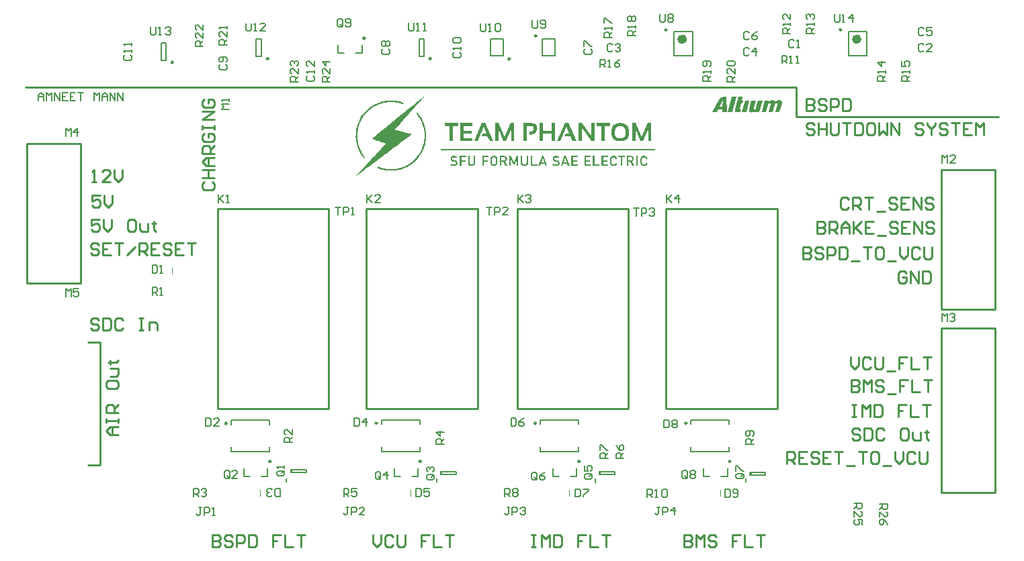
<source format=gto>
G04*
G04 #@! TF.GenerationSoftware,Altium Limited,Altium Designer,18.1.11 (251)*
G04*
G04 Layer_Color=65535*
%FSLAX25Y25*%
%MOIN*%
G70*
G01*
G75*
%ADD10C,0.00984*%
%ADD11C,0.00787*%
%ADD12C,0.02362*%
%ADD13C,0.01000*%
%ADD14C,0.00197*%
G36*
X374454Y225806D02*
X374579Y225797D01*
X374691Y225784D01*
X374743Y225780D01*
X374790Y225772D01*
X374833Y225763D01*
X374872Y225759D01*
X374906Y225750D01*
X374932Y225746D01*
X374954Y225741D01*
X374971Y225737D01*
X374979Y225733D01*
X374984D01*
X375092Y225703D01*
X375191Y225664D01*
X375277Y225625D01*
X375350Y225586D01*
X375415Y225552D01*
X375458Y225522D01*
X375475Y225513D01*
X375488Y225504D01*
X375492Y225496D01*
X375497D01*
X375566Y225422D01*
X375622Y225345D01*
X375665Y225263D01*
X375695Y225185D01*
X375721Y225112D01*
X375729Y225082D01*
X375734Y225056D01*
X375742Y225034D01*
Y225017D01*
X375747Y225009D01*
Y225004D01*
X375760Y224879D01*
Y224750D01*
X375751Y224625D01*
X375738Y224504D01*
X375729Y224448D01*
X375721Y224397D01*
X375712Y224354D01*
X375708Y224315D01*
X375699Y224280D01*
X375695Y224259D01*
X375691Y224241D01*
Y224237D01*
X374859Y220936D01*
X374833Y220854D01*
X374803Y220772D01*
X374768Y220699D01*
X374730Y220630D01*
X374687Y220561D01*
X374639Y220500D01*
X374596Y220444D01*
X374549Y220393D01*
X374505Y220345D01*
X374462Y220302D01*
X374428Y220268D01*
X374393Y220237D01*
X374363Y220216D01*
X374342Y220199D01*
X374329Y220190D01*
X374324Y220186D01*
X374242Y220134D01*
X374165Y220087D01*
X374083Y220048D01*
X374001Y220013D01*
X373924Y219983D01*
X373846Y219962D01*
X373768Y219940D01*
X373699Y219927D01*
X373635Y219914D01*
X373579Y219906D01*
X373523Y219897D01*
X373480Y219893D01*
X373445Y219888D01*
X372441D01*
X373394Y223690D01*
X373411Y223755D01*
X373424Y223811D01*
X373432Y223914D01*
X373437Y224005D01*
X373428Y224078D01*
X373415Y224129D01*
X373402Y224173D01*
X373389Y224194D01*
X373385Y224203D01*
X373363Y224233D01*
X373337Y224259D01*
X373273Y224302D01*
X373204Y224332D01*
X373135Y224354D01*
X373066Y224366D01*
X373040Y224371D01*
X373014D01*
X372993Y224375D01*
X372962D01*
X372846Y224366D01*
X372743Y224349D01*
X372652Y224319D01*
X372579Y224289D01*
X372518Y224259D01*
X372475Y224229D01*
X372458Y224220D01*
X372445Y224211D01*
X372441Y224203D01*
X372437D01*
X372368Y224134D01*
X372307Y224052D01*
X372256Y223966D01*
X372213Y223884D01*
X372182Y223806D01*
X372169Y223776D01*
X372161Y223746D01*
X372152Y223724D01*
X372148Y223707D01*
X372144Y223694D01*
Y223690D01*
X371191Y219888D01*
X369040Y219888D01*
X369993Y223686D01*
X370010Y223750D01*
X370023Y223806D01*
X370032Y223914D01*
Y224005D01*
X370023Y224073D01*
X370010Y224129D01*
X369997Y224173D01*
X369984Y224194D01*
X369980Y224203D01*
X369958Y224233D01*
X369928Y224259D01*
X369868Y224302D01*
X369799Y224332D01*
X369730Y224354D01*
X369665Y224366D01*
X369614Y224371D01*
X369592Y224375D01*
X369562D01*
X369454Y224366D01*
X369355Y224349D01*
X369265Y224319D01*
X369191Y224289D01*
X369135Y224259D01*
X369088Y224229D01*
X369075Y224220D01*
X369062Y224211D01*
X369058Y224203D01*
X369053D01*
X368984Y224134D01*
X368924Y224052D01*
X368872Y223966D01*
X368833Y223884D01*
X368803Y223806D01*
X368790Y223776D01*
X368782Y223746D01*
X368773Y223724D01*
X368769Y223707D01*
X368764Y223694D01*
Y223690D01*
X367803Y219888D01*
X365657D01*
X367096Y225651D01*
X369269D01*
X369101Y224948D01*
X369127D01*
X369191Y225026D01*
X369256Y225099D01*
X369321Y225168D01*
X369390Y225233D01*
X369454Y225289D01*
X369519Y225341D01*
X369583Y225392D01*
X369644Y225435D01*
X369700Y225470D01*
X369752Y225504D01*
X369799Y225530D01*
X369838Y225556D01*
X369872Y225573D01*
X369894Y225586D01*
X369911Y225590D01*
X369915Y225595D01*
X370002Y225634D01*
X370092Y225668D01*
X370182Y225694D01*
X370273Y225720D01*
X370450Y225759D01*
X370536Y225772D01*
X370614Y225784D01*
X370687Y225793D01*
X370756Y225797D01*
X370816Y225806D01*
X370868D01*
X370911Y225810D01*
X370967D01*
X371092Y225806D01*
X371208Y225802D01*
X371307Y225793D01*
X371398Y225784D01*
X371432Y225776D01*
X371467Y225772D01*
X371497Y225767D01*
X371523Y225763D01*
X371540Y225759D01*
X371553D01*
X371562Y225754D01*
X371566D01*
X371656Y225733D01*
X371738Y225707D01*
X371812Y225681D01*
X371872Y225655D01*
X371924Y225634D01*
X371958Y225612D01*
X371980Y225599D01*
X371988Y225595D01*
X372049Y225547D01*
X372100Y225500D01*
X372148Y225453D01*
X372187Y225410D01*
X372217Y225371D01*
X372238Y225341D01*
X372251Y225319D01*
X372256Y225310D01*
X372290Y225246D01*
X372320Y225177D01*
X372346Y225112D01*
X372368Y225052D01*
X372385Y225000D01*
X372393Y224957D01*
X372398Y224940D01*
X372402Y224927D01*
Y224922D01*
Y224918D01*
X372475Y225009D01*
X372549Y225086D01*
X372618Y225160D01*
X372682Y225220D01*
X372738Y225267D01*
X372781Y225306D01*
X372799Y225319D01*
X372812Y225328D01*
X372816Y225336D01*
X372820D01*
X372906Y225397D01*
X372993Y225453D01*
X373075Y225500D01*
X373148Y225539D01*
X373212Y225569D01*
X373238Y225582D01*
X373264Y225595D01*
X373281Y225604D01*
X373294Y225608D01*
X373303Y225612D01*
X373307D01*
X373398Y225647D01*
X373488Y225677D01*
X373570Y225703D01*
X373648Y225724D01*
X373712Y225737D01*
X373738Y225746D01*
X373760Y225750D01*
X373777Y225754D01*
X373790Y225759D01*
X373803D01*
X373898Y225776D01*
X373988Y225789D01*
X374074Y225797D01*
X374152Y225806D01*
X374221D01*
X374247Y225810D01*
X374316D01*
X374454Y225806D01*
D02*
G37*
G36*
X364597Y219880D02*
X362455D01*
X362623Y220574D01*
X362593D01*
X362532Y220496D01*
X362468Y220427D01*
X362399Y220362D01*
X362334Y220298D01*
X362269Y220242D01*
X362205Y220194D01*
X362140Y220147D01*
X362080Y220104D01*
X362024Y220069D01*
X361976Y220035D01*
X361929Y220009D01*
X361890Y219988D01*
X361856Y219970D01*
X361834Y219957D01*
X361817Y219953D01*
X361812Y219949D01*
X361726Y219914D01*
X361636Y219880D01*
X361459Y219828D01*
X361282Y219794D01*
X361200Y219781D01*
X361123Y219768D01*
X361050Y219759D01*
X360981Y219755D01*
X360925Y219746D01*
X360873D01*
X360830Y219742D01*
X360636D01*
X360511Y219750D01*
X360399Y219763D01*
X360347Y219768D01*
X360300Y219776D01*
X360257Y219781D01*
X360222Y219789D01*
X360188Y219798D01*
X360162Y219802D01*
X360140Y219807D01*
X360123Y219811D01*
X360114Y219815D01*
X360110D01*
X360011Y219850D01*
X359916Y219888D01*
X359834Y219932D01*
X359765Y219970D01*
X359705Y220009D01*
X359662Y220039D01*
X359649Y220048D01*
X359636Y220057D01*
X359632Y220065D01*
X359627D01*
X359554Y220130D01*
X359494Y220203D01*
X359446Y220281D01*
X359412Y220354D01*
X359386Y220423D01*
X359377Y220449D01*
X359369Y220475D01*
X359364Y220496D01*
X359360Y220513D01*
X359356Y220522D01*
Y220526D01*
X359343Y220647D01*
Y220776D01*
X359351Y220906D01*
X359364Y221026D01*
X359373Y221078D01*
X359382Y221130D01*
X359390Y221173D01*
X359395Y221216D01*
X359403Y221246D01*
X359407Y221268D01*
X359412Y221285D01*
Y221289D01*
X360502Y225651D01*
X362653D01*
X361700Y221841D01*
X361687Y221780D01*
X361675Y221720D01*
X361666Y221617D01*
Y221526D01*
X361675Y221453D01*
X361687Y221397D01*
X361700Y221358D01*
X361713Y221332D01*
X361718Y221324D01*
X361739Y221293D01*
X361765Y221268D01*
X361825Y221224D01*
X361894Y221194D01*
X361959Y221173D01*
X362024Y221160D01*
X362075Y221156D01*
X362093Y221151D01*
X362123D01*
X362235Y221160D01*
X362338Y221177D01*
X362424Y221207D01*
X362498Y221237D01*
X362558Y221268D01*
X362606Y221298D01*
X362618Y221306D01*
X362631Y221315D01*
X362636Y221324D01*
X362640D01*
X362713Y221397D01*
X362774Y221479D01*
X362821Y221565D01*
X362864Y221647D01*
X362890Y221725D01*
X362903Y221755D01*
X362912Y221785D01*
X362920Y221806D01*
X362925Y221828D01*
X362929Y221836D01*
Y221841D01*
X363890Y225651D01*
X366041D01*
X364597Y219880D01*
D02*
G37*
G36*
X358076D02*
X355934D01*
X357373Y225651D01*
X359528D01*
X358076Y219880D01*
D02*
G37*
G36*
X351059D02*
X348913D01*
X350822Y227491D01*
X352973D01*
X351059Y219880D01*
D02*
G37*
G36*
X348460D02*
X345978D01*
X346046Y221203D01*
X344198D01*
X343616Y219888D01*
X341142Y219880D01*
X344413Y225978D01*
X344486Y226103D01*
X344564Y226216D01*
X344641Y226319D01*
X344710Y226409D01*
X344745Y226448D01*
X344771Y226483D01*
X344801Y226513D01*
X344823Y226539D01*
X344840Y226560D01*
X344853Y226573D01*
X344861Y226582D01*
X344866Y226586D01*
X344965Y226685D01*
X345064Y226776D01*
X345159Y226858D01*
X345249Y226927D01*
X345327Y226978D01*
X345357Y227004D01*
X345387Y227022D01*
X345409Y227034D01*
X345426Y227047D01*
X345434Y227056D01*
X345439D01*
X345560Y227125D01*
X345680Y227189D01*
X345796Y227241D01*
X345900Y227289D01*
X345947Y227306D01*
X345990Y227323D01*
X346029Y227336D01*
X346064Y227349D01*
X346090Y227358D01*
X346107Y227366D01*
X346120Y227371D01*
X346124D01*
X346262Y227405D01*
X346396Y227435D01*
X346525Y227452D01*
X346646Y227470D01*
X346697Y227474D01*
X346745Y227483D01*
X346788D01*
X346822Y227487D01*
X346852Y227491D01*
X348176D01*
X348460Y219880D01*
D02*
G37*
G36*
X355684Y225651D02*
X356580D01*
X356257Y224358D01*
X355360D01*
X354675Y221612D01*
X354658Y221531D01*
Y221462D01*
X354662Y221401D01*
X354675Y221350D01*
X354692Y221311D01*
X354705Y221285D01*
X354718Y221268D01*
X354722Y221263D01*
X354770Y221229D01*
X354826Y221199D01*
X354891Y221181D01*
X354951Y221168D01*
X355007Y221164D01*
X355054Y221160D01*
X355459D01*
X355136Y219880D01*
X355016Y219871D01*
X354904Y219863D01*
X354796Y219854D01*
X354701Y219850D01*
X354658Y219845D01*
X354589D01*
X354559Y219841D01*
X354507D01*
X354395Y219837D01*
X354287Y219832D01*
X354188D01*
X354102Y219828D01*
X353662D01*
X353585Y219832D01*
X353511Y219837D01*
X353443Y219841D01*
X353378Y219845D01*
X353322Y219854D01*
X353270Y219858D01*
X353227Y219863D01*
X353184Y219871D01*
X353154Y219876D01*
X353128Y219880D01*
X353111D01*
X353098Y219884D01*
X353093D01*
X352977Y219910D01*
X352878Y219940D01*
X352792Y219975D01*
X352718Y220005D01*
X352662Y220035D01*
X352624Y220057D01*
X352598Y220074D01*
X352589Y220078D01*
X352520Y220134D01*
X352468Y220203D01*
X352425Y220272D01*
X352395Y220345D01*
X352374Y220410D01*
X352361Y220462D01*
X352356Y220479D01*
Y220496D01*
X352352Y220505D01*
Y220509D01*
X352348Y220630D01*
X352352Y220759D01*
X352365Y220884D01*
X352386Y221009D01*
X352395Y221065D01*
X352404Y221117D01*
X352417Y221164D01*
X352425Y221203D01*
X352430Y221237D01*
X352438Y221259D01*
X352443Y221276D01*
Y221281D01*
X353994Y227414D01*
X356145D01*
X355684Y225651D01*
D02*
G37*
G36*
X182667Y225664D02*
X182883D01*
X183142Y225643D01*
X183444Y225600D01*
X183789Y225557D01*
X184178Y225513D01*
X184588Y225449D01*
X185041Y225362D01*
X185516Y225276D01*
X185991Y225168D01*
X187005Y224888D01*
X187523Y224715D01*
X188041Y224521D01*
X187782Y223787D01*
X187760Y223809D01*
X187652Y223830D01*
X187523Y223873D01*
X187329Y223960D01*
X187091Y224024D01*
X186789Y224111D01*
X186465Y224219D01*
X186099Y224326D01*
X185710Y224413D01*
X185278Y224521D01*
X184847Y224607D01*
X184372Y224693D01*
X183379Y224844D01*
X182861Y224888D01*
X182344Y224909D01*
X181631D01*
X181329Y224888D01*
X181006D01*
X180639Y224866D01*
X180250Y224823D01*
X179819Y224780D01*
X179387Y224715D01*
X178912Y224650D01*
X177963Y224478D01*
X176992Y224219D01*
X176970D01*
X176884Y224176D01*
X176733Y224132D01*
X176560Y224067D01*
X176323Y223981D01*
X176064Y223895D01*
X175740Y223765D01*
X175416Y223636D01*
X175049Y223485D01*
X174661Y223312D01*
X173841Y222902D01*
X172999Y222428D01*
X172136Y221866D01*
X172115Y221845D01*
X172028Y221802D01*
X171920Y221715D01*
X171748Y221586D01*
X171554Y221435D01*
X171338Y221241D01*
X171079Y221025D01*
X170798Y220787D01*
X170496Y220528D01*
X170173Y220226D01*
X169849Y219903D01*
X169525Y219557D01*
X169180Y219191D01*
X168856Y218802D01*
X168209Y217960D01*
X168187Y217939D01*
X168144Y217852D01*
X168058Y217723D01*
X167928Y217550D01*
X167799Y217335D01*
X167648Y217097D01*
X167475Y216795D01*
X167281Y216471D01*
X167087Y216126D01*
X166871Y215738D01*
X166676Y215328D01*
X166461Y214896D01*
X166094Y213968D01*
X165749Y212997D01*
Y212975D01*
X165705Y212889D01*
X165684Y212738D01*
X165619Y212544D01*
X165576Y212306D01*
X165511Y212026D01*
X165446Y211702D01*
X165382Y211335D01*
X165295Y210947D01*
X165231Y210515D01*
X165188Y210084D01*
X165123Y209630D01*
X165058Y208659D01*
Y207645D01*
Y207624D01*
Y207516D01*
X165080Y207386D01*
X165101Y207192D01*
X165123Y206955D01*
X165144Y206652D01*
X165188Y206329D01*
X165231Y205983D01*
X165295Y205595D01*
X165360Y205164D01*
X165446Y204732D01*
X165554Y204279D01*
X165813Y203329D01*
X166137Y202337D01*
X166159Y202315D01*
X166180Y202229D01*
X166245Y202078D01*
X166310Y201905D01*
X166418Y201667D01*
X166525Y201409D01*
X166676Y201106D01*
X166849Y200783D01*
X167022Y200416D01*
X167238Y200049D01*
X167712Y199250D01*
X168252Y198409D01*
X168899Y197589D01*
X168295Y197049D01*
X168273Y197071D01*
X168209Y197157D01*
X168122Y197287D01*
X167993Y197459D01*
X167820Y197675D01*
X167648Y197934D01*
X167432Y198215D01*
X167216Y198538D01*
X167000Y198905D01*
X166763Y199294D01*
X166504Y199704D01*
X166267Y200135D01*
X165813Y201085D01*
X165403Y202078D01*
X165382Y202099D01*
X165360Y202207D01*
X165317Y202337D01*
X165231Y202552D01*
X165166Y202790D01*
X165080Y203070D01*
X164972Y203415D01*
X164885Y203782D01*
X164778Y204192D01*
X164670Y204602D01*
X164583Y205077D01*
X164497Y205552D01*
X164346Y206545D01*
X164303Y207084D01*
X164281Y207602D01*
Y207645D01*
Y207732D01*
Y207882D01*
Y208098D01*
Y208357D01*
X164303Y208659D01*
X164324Y209005D01*
X164346Y209372D01*
X164367Y209782D01*
X164432Y210235D01*
X164475Y210688D01*
X164562Y211184D01*
X164756Y212198D01*
X165015Y213234D01*
Y213256D01*
X165058Y213364D01*
X165101Y213515D01*
X165166Y213709D01*
X165252Y213947D01*
X165360Y214227D01*
X165490Y214551D01*
X165641Y214918D01*
X165813Y215306D01*
X166007Y215716D01*
X166439Y216579D01*
X166957Y217507D01*
X167561Y218414D01*
X167583Y218435D01*
X167648Y218521D01*
X167734Y218651D01*
X167885Y218824D01*
X168036Y219018D01*
X168252Y219277D01*
X168468Y219536D01*
X168748Y219838D01*
X169029Y220162D01*
X169331Y220485D01*
X169676Y220830D01*
X170043Y221176D01*
X170820Y221866D01*
X171661Y222535D01*
X171683Y222557D01*
X171769Y222600D01*
X171899Y222686D01*
X172072Y222794D01*
X172309Y222945D01*
X172568Y223096D01*
X172870Y223269D01*
X173194Y223463D01*
X173561Y223657D01*
X173949Y223852D01*
X174381Y224046D01*
X174812Y224262D01*
X175762Y224650D01*
X176754Y224974D01*
X176776D01*
X176884Y225017D01*
X177035Y225060D01*
X177229Y225103D01*
X177466Y225168D01*
X177769Y225233D01*
X178114Y225298D01*
X178481Y225362D01*
X178891Y225449D01*
X179322Y225513D01*
X179797Y225578D01*
X180272Y225621D01*
X181308Y225686D01*
X182516D01*
X182667Y225664D01*
D02*
G37*
G36*
X263118Y205509D02*
X261456D01*
Y209307D01*
X257032D01*
Y205509D01*
X255392D01*
Y214421D01*
X257032D01*
Y210731D01*
X261456D01*
Y214421D01*
X263118D01*
Y205509D01*
D02*
G37*
G36*
X252047Y214378D02*
X252349Y214335D01*
X252673Y214270D01*
X253018Y214141D01*
X253342Y213990D01*
X253622Y213774D01*
X253644Y213752D01*
X253730Y213666D01*
X253838Y213515D01*
X253968Y213299D01*
X254097Y213040D01*
X254205Y212717D01*
X254291Y212328D01*
X254313Y211875D01*
Y211853D01*
Y211810D01*
Y211745D01*
X254291Y211659D01*
X254270Y211400D01*
X254205Y211098D01*
X254076Y210753D01*
X253903Y210386D01*
X253687Y210041D01*
X253536Y209868D01*
X253363Y209695D01*
X253320Y209652D01*
X253256Y209609D01*
X253191Y209566D01*
X253083Y209501D01*
X252975Y209415D01*
X252824Y209328D01*
X252673Y209242D01*
X252479Y209156D01*
X252263Y209069D01*
X252025Y208962D01*
X251788Y208875D01*
X251507Y208789D01*
X251205Y208703D01*
X250882Y208638D01*
X250536Y208573D01*
X250321Y210062D01*
X250364D01*
X250493Y210105D01*
X250709Y210149D01*
X250946Y210213D01*
X251205Y210299D01*
X251486Y210407D01*
X251766Y210537D01*
X252004Y210688D01*
X252025Y210710D01*
X252090Y210774D01*
X252198Y210861D01*
X252306Y211012D01*
X252392Y211163D01*
X252500Y211357D01*
X252565Y211594D01*
X252587Y211832D01*
Y211853D01*
Y211918D01*
X252565Y212026D01*
X252543Y212155D01*
X252457Y212436D01*
X252392Y212565D01*
X252284Y212673D01*
X252263Y212695D01*
X252241Y212717D01*
X252176Y212760D01*
X252069Y212824D01*
X251961Y212867D01*
X251831Y212911D01*
X251659Y212932D01*
X251464Y212954D01*
X249242Y212954D01*
Y205509D01*
X247580D01*
Y214421D01*
X251810Y214421D01*
X252047Y214378D01*
D02*
G37*
G36*
X282712Y205509D02*
X281029D01*
X276346Y212112D01*
Y205509D01*
X274728D01*
Y214421D01*
X276368D01*
X281115Y207926D01*
Y214421D01*
X282712D01*
Y205509D01*
D02*
G37*
G36*
X310853Y205509D02*
X309364D01*
Y211681D01*
X306903Y205509D01*
X305522D01*
X303019Y211681D01*
Y205509D01*
X301508D01*
Y214421D01*
X303213D01*
X306234Y207645D01*
X309212Y214421D01*
X310853D01*
Y205509D01*
D02*
G37*
G36*
X242897Y205509D02*
X241365D01*
Y211681D01*
X238926Y205509D01*
X237524D01*
X235064Y211681D01*
Y205509D01*
X233510D01*
Y214421D01*
X235236D01*
X238236Y207645D01*
X241235Y214421D01*
X242897D01*
Y205509D01*
D02*
G37*
G36*
X290416Y212997D02*
X287870D01*
Y205509D01*
X286208D01*
Y212997D01*
X283640D01*
Y214421D01*
X290416D01*
Y212997D01*
D02*
G37*
G36*
X273649Y205509D02*
X271879D01*
X270843Y207926D01*
X267887D01*
X268448Y209350D01*
X270261D01*
X268836Y212717D01*
X265880Y205509D01*
X264196D01*
X267995Y214421D01*
X269764D01*
X273649Y205509D01*
D02*
G37*
G36*
X232431Y205509D02*
X230640D01*
X229625Y207926D01*
X226669D01*
X227208Y209350D01*
X229021D01*
X227640Y212717D01*
X224684Y205509D01*
X222979D01*
X226798Y214421D01*
X228568D01*
X232431Y205509D01*
D02*
G37*
G36*
X222137Y212997D02*
X217670D01*
Y210731D01*
X221943D01*
Y209264D01*
X217649D01*
Y206911D01*
X222223D01*
Y205509D01*
X216030D01*
Y214421D01*
X222137D01*
Y212997D01*
D02*
G37*
G36*
X215102D02*
X212534D01*
Y205509D01*
X210872D01*
Y212997D01*
X208304D01*
Y214421D01*
X215102D01*
Y212997D01*
D02*
G37*
G36*
X295876Y214464D02*
X296070Y214443D01*
X296286Y214421D01*
X296523Y214400D01*
X296761Y214335D01*
X297300Y214206D01*
X297861Y213990D01*
X298120Y213860D01*
X298379Y213709D01*
X298617Y213537D01*
X298832Y213321D01*
X298854Y213299D01*
X298876Y213278D01*
X298940Y213191D01*
X299005Y213105D01*
X299091Y212997D01*
X299178Y212846D01*
X299286Y212673D01*
X299394Y212457D01*
X299480Y212242D01*
X299588Y211983D01*
X299674Y211702D01*
X299760Y211400D01*
X299825Y211076D01*
X299890Y210710D01*
X299911Y210321D01*
X299933Y209911D01*
Y209890D01*
Y209825D01*
Y209695D01*
X299911Y209544D01*
X299890Y209372D01*
X299868Y209156D01*
X299847Y208918D01*
X299803Y208660D01*
X299674Y208120D01*
X299480Y207559D01*
X299350Y207278D01*
X299199Y207019D01*
X299027Y206782D01*
X298832Y206545D01*
X298811Y206523D01*
X298789Y206502D01*
X298725Y206437D01*
X298638Y206372D01*
X298509Y206286D01*
X298379Y206199D01*
X298207Y206091D01*
X298012Y205983D01*
X297797Y205876D01*
X297538Y205768D01*
X297279Y205681D01*
X296976Y205595D01*
X296653Y205530D01*
X296308Y205466D01*
X295919Y205444D01*
X295509Y205422D01*
X295315D01*
X295164Y205444D01*
X294970Y205466D01*
X294775Y205487D01*
X294538Y205509D01*
X294301Y205574D01*
X293783Y205703D01*
X293243Y205897D01*
X292963Y206027D01*
X292704Y206178D01*
X292466Y206350D01*
X292250Y206545D01*
X292229Y206566D01*
X292207Y206609D01*
X292143Y206674D01*
X292078Y206760D01*
X291992Y206868D01*
X291884Y207019D01*
X291776Y207192D01*
X291668Y207386D01*
X291560Y207624D01*
X291452Y207861D01*
X291344Y208141D01*
X291258Y208444D01*
X291172Y208767D01*
X291107Y209134D01*
X291042Y209501D01*
X291020Y209911D01*
Y209933D01*
Y210019D01*
Y210127D01*
X291042Y210278D01*
X291064Y210472D01*
X291085Y210688D01*
X291107Y210925D01*
X291172Y211184D01*
X291301Y211745D01*
X291495Y212306D01*
X291625Y212587D01*
X291776Y212846D01*
X291948Y213105D01*
X292143Y213321D01*
X292164Y213342D01*
X292207Y213364D01*
X292272Y213429D01*
X292358Y213493D01*
X292466Y213601D01*
X292617Y213688D01*
X292790Y213795D01*
X292984Y213903D01*
X293222Y214011D01*
X293459Y214119D01*
X293740Y214227D01*
X294042Y214313D01*
X294365Y214378D01*
X294732Y214443D01*
X295099Y214464D01*
X295509Y214486D01*
X295725D01*
X295876Y214464D01*
D02*
G37*
G36*
X312773Y200934D02*
X206297Y200934D01*
Y201689D01*
X312773Y201689D01*
Y200934D01*
D02*
G37*
G36*
X263938Y198172D02*
X264218Y198150D01*
X264520Y198064D01*
X264542D01*
X264585Y198042D01*
X264671Y198021D01*
X264779Y197977D01*
X265017Y197848D01*
X265276Y197697D01*
X264844Y197049D01*
X264822D01*
X264801Y197093D01*
X264671Y197157D01*
X264477Y197244D01*
X264240Y197330D01*
X264218D01*
X264175Y197352D01*
X264132D01*
X264046Y197373D01*
X263830Y197416D01*
X263614Y197459D01*
X263506D01*
X263376Y197438D01*
X263269Y197395D01*
X263247D01*
X263182Y197373D01*
X263010Y197265D01*
X262988Y197244D01*
X262945Y197222D01*
X262880Y197157D01*
X262815Y197049D01*
Y197028D01*
X262794Y196963D01*
X262772Y196855D01*
Y196726D01*
Y196704D01*
Y196661D01*
X262794Y196510D01*
Y196488D01*
X262837Y196445D01*
X262923Y196316D01*
X262945Y196294D01*
X262988Y196273D01*
X263053Y196208D01*
X263139Y196165D01*
X263161D01*
X263225Y196143D01*
X263333Y196122D01*
X263463Y196078D01*
X263484D01*
X263528Y196057D01*
X263614Y196035D01*
X263700Y196014D01*
X264110D01*
X264175Y195992D01*
X264261Y195970D01*
X264456Y195906D01*
X264650Y195819D01*
X264671D01*
X264693Y195798D01*
X264801Y195733D01*
X264952Y195625D01*
X265081Y195496D01*
X265103Y195452D01*
X265189Y195366D01*
X265276Y195215D01*
X265340Y195043D01*
X265362Y194999D01*
X265383Y194891D01*
X265405Y194740D01*
X265427Y194546D01*
Y194525D01*
Y194417D01*
X265405Y194287D01*
X265362Y194136D01*
X265319Y193964D01*
X265232Y193769D01*
X265125Y193597D01*
X264973Y193446D01*
X264952Y193424D01*
X264887Y193381D01*
X264801Y193338D01*
X264650Y193273D01*
X264456Y193187D01*
X264240Y193143D01*
X263959Y193100D01*
X263657Y193079D01*
X263441D01*
X263312Y193100D01*
X263139Y193122D01*
X262966Y193143D01*
X262600Y193251D01*
X262578D01*
X262513Y193295D01*
X262427Y193316D01*
X262319Y193381D01*
X262038Y193553D01*
X261736Y193769D01*
X262233Y194352D01*
X262254Y194330D01*
X262276Y194309D01*
X262341Y194266D01*
X262427Y194201D01*
X262643Y194071D01*
X262880Y193964D01*
X262902D01*
X262945Y193942D01*
X263010Y193920D01*
X263118D01*
X263355Y193877D01*
X263657Y193856D01*
X263830D01*
X263938Y193877D01*
X264175Y193920D01*
X264283Y193964D01*
X264391Y194028D01*
X264412D01*
X264434Y194071D01*
X264520Y194158D01*
X264607Y194330D01*
X264650Y194417D01*
Y194546D01*
Y194568D01*
Y194589D01*
X264628Y194697D01*
X264585Y194848D01*
X264499Y194978D01*
X264477Y194999D01*
X264391Y195086D01*
X264218Y195150D01*
X264002Y195237D01*
X263808D01*
X263679Y195258D01*
X263657D01*
X263571Y195280D01*
X263463D01*
X263355Y195301D01*
X263290D01*
X263225Y195323D01*
X263161Y195345D01*
X262945Y195388D01*
X262751Y195474D01*
X262707Y195496D01*
X262600Y195582D01*
X262470Y195690D01*
X262341Y195819D01*
X262319Y195862D01*
X262233Y195949D01*
X262146Y196078D01*
X262060Y196229D01*
Y196251D01*
Y196273D01*
X262038Y196380D01*
X262017Y196531D01*
X261995Y196726D01*
Y196747D01*
Y196791D01*
Y196855D01*
X262017Y196941D01*
X262038Y197136D01*
X262082Y197330D01*
Y197352D01*
X262103Y197373D01*
X262168Y197503D01*
X262276Y197654D01*
X262427Y197805D01*
X262449D01*
X262470Y197848D01*
X262578Y197913D01*
X262751Y197999D01*
X262945Y198085D01*
X262966D01*
X262988Y198107D01*
X263053Y198128D01*
X263139Y198150D01*
X263355Y198172D01*
X263657Y198193D01*
X263830D01*
X263938Y198172D01*
D02*
G37*
G36*
X213246Y198172D02*
X213548Y198150D01*
X213850Y198064D01*
X213872D01*
X213915Y198042D01*
X214001Y198021D01*
X214109Y197977D01*
X214347Y197848D01*
X214606Y197697D01*
X214174Y197049D01*
X214153D01*
X214131Y197093D01*
X214001Y197157D01*
X213829Y197244D01*
X213591Y197330D01*
X213570D01*
X213527Y197352D01*
X213462D01*
X213397Y197373D01*
X213181Y197416D01*
X212922Y197459D01*
X212815D01*
X212707Y197438D01*
X212599Y197395D01*
X212577D01*
X212512Y197373D01*
X212340Y197265D01*
X212318Y197244D01*
X212275Y197222D01*
X212210Y197157D01*
X212146Y197049D01*
X212124Y197028D01*
X212102Y196963D01*
X212081Y196855D01*
X212059Y196726D01*
Y196704D01*
Y196661D01*
X212081Y196596D01*
X212124Y196510D01*
X212146Y196488D01*
X212167Y196445D01*
X212253Y196316D01*
X212275Y196294D01*
X212318Y196273D01*
X212383Y196208D01*
X212469Y196165D01*
X212491D01*
X212556Y196143D01*
X212664Y196122D01*
X212793Y196078D01*
X212815D01*
X212879Y196057D01*
X212966Y196035D01*
X213052Y196014D01*
X213440D01*
X213505Y195992D01*
X213591Y195970D01*
X213786Y195906D01*
X213980Y195819D01*
X214001D01*
X214023Y195798D01*
X214131Y195733D01*
X214282Y195625D01*
X214411Y195496D01*
X214433Y195452D01*
X214519Y195366D01*
X214606Y195215D01*
X214670Y195043D01*
X214692Y194999D01*
X214714Y194891D01*
X214735Y194740D01*
X214757Y194546D01*
Y194525D01*
X214735Y194417D01*
X214714Y194287D01*
X214670Y194136D01*
X214627Y193964D01*
X214519Y193769D01*
X214411Y193597D01*
X214260Y193446D01*
X214239Y193424D01*
X214174Y193381D01*
X214088Y193338D01*
X213937Y193273D01*
X213764Y193187D01*
X213548Y193143D01*
X213289Y193100D01*
X212987Y193079D01*
X212771D01*
X212642Y193100D01*
X212469Y193122D01*
X212297Y193143D01*
X211930Y193251D01*
X211908D01*
X211843Y193295D01*
X211757Y193316D01*
X211649Y193381D01*
X211347Y193553D01*
X211023Y193769D01*
X211563Y194352D01*
X211584Y194330D01*
X211606Y194309D01*
X211671Y194266D01*
X211757Y194201D01*
X211951Y194071D01*
X212210Y193964D01*
X212232D01*
X212275Y193942D01*
X212340Y193920D01*
X212448D01*
X212685Y193877D01*
X212987Y193856D01*
X213160D01*
X213268Y193877D01*
X213505Y193920D01*
X213613Y193964D01*
X213721Y194028D01*
X213742D01*
X213764Y194071D01*
X213850Y194158D01*
X213937Y194330D01*
X213980Y194417D01*
Y194546D01*
Y194568D01*
Y194589D01*
X213958Y194697D01*
X213915Y194848D01*
X213807Y194978D01*
X213786Y194999D01*
X213678Y195086D01*
X213527Y195150D01*
X213333Y195237D01*
X213138D01*
X213009Y195258D01*
X212987D01*
X212901Y195280D01*
X212771D01*
X212642Y195301D01*
X212599D01*
X212469Y195345D01*
X212275Y195388D01*
X212081Y195474D01*
X212038Y195496D01*
X211930Y195582D01*
X211800Y195690D01*
X211649Y195819D01*
X211628Y195862D01*
X211563Y195949D01*
X211477Y196078D01*
X211390Y196229D01*
Y196251D01*
X211369Y196273D01*
X211347Y196380D01*
X211326Y196531D01*
X211304Y196726D01*
Y196747D01*
Y196790D01*
Y196855D01*
X211326Y196941D01*
X211347Y197136D01*
X211412Y197330D01*
Y197352D01*
X211433Y197373D01*
X211498Y197503D01*
X211606Y197654D01*
X211757Y197805D01*
X211800Y197848D01*
X211887Y197913D01*
X212059Y197999D01*
X212253Y198085D01*
X212275D01*
X212318Y198107D01*
X212383Y198128D01*
X212469Y198150D01*
X212685Y198172D01*
X212944Y198193D01*
X213138D01*
X213246Y198172D01*
D02*
G37*
G36*
X307508Y198172D02*
X307723Y198150D01*
X307939Y198085D01*
X307961D01*
X307982Y198064D01*
X308112Y198021D01*
X308284Y197913D01*
X308479Y197762D01*
X308522Y197740D01*
X308608Y197632D01*
X308716Y197503D01*
X308846Y197308D01*
Y197287D01*
X308867Y197265D01*
X308932Y197136D01*
X309018Y196941D01*
X309083Y196704D01*
X308241D01*
Y196726D01*
X308220Y196791D01*
X308177Y196877D01*
X308112Y196985D01*
X308090Y197006D01*
X308069Y197071D01*
X308004Y197157D01*
X307939Y197244D01*
X307918Y197265D01*
X307853Y197308D01*
X307745Y197352D01*
X307615Y197373D01*
X307594D01*
X307529Y197395D01*
X307421Y197438D01*
X307292Y197459D01*
X307270D01*
X307206Y197438D01*
X307054Y197395D01*
X306990D01*
X306903Y197373D01*
X306817Y197352D01*
Y197330D01*
X306774Y197308D01*
X306666Y197201D01*
X306644D01*
X306623Y197179D01*
X306515Y197071D01*
X306493Y197049D01*
X306472Y197028D01*
X306407Y196963D01*
X306364Y196877D01*
Y196855D01*
X306342Y196812D01*
X306321Y196661D01*
Y196639D01*
X306299Y196575D01*
X306277Y196445D01*
X306256Y196273D01*
Y196251D01*
Y196229D01*
Y196100D01*
X306234Y195906D01*
Y195668D01*
Y195647D01*
Y195604D01*
Y195539D01*
Y195452D01*
Y195237D01*
X306256Y195021D01*
Y194978D01*
X306277Y194891D01*
X306299Y194740D01*
X306321Y194611D01*
Y194589D01*
Y194546D01*
X306342Y194460D01*
X306364Y194374D01*
X306385Y194352D01*
X306407Y194309D01*
X306515Y194201D01*
X306537Y194179D01*
X306558Y194158D01*
X306666Y194050D01*
X306688D01*
X306709Y194028D01*
X306817Y193964D01*
X306839D01*
X306903Y193920D01*
X307054Y193877D01*
X307119D01*
X307206Y193856D01*
X307357D01*
X307486Y193877D01*
X307680Y193920D01*
X307853Y194028D01*
X307874D01*
X307896Y194071D01*
X307982Y194158D01*
X308112Y194330D01*
X308241Y194546D01*
X309083D01*
Y194525D01*
X309061Y194481D01*
X309040Y194417D01*
X309018Y194309D01*
X308932Y194093D01*
X308824Y193877D01*
Y193856D01*
X308802Y193834D01*
X308716Y193726D01*
X308587Y193575D01*
X308436Y193424D01*
X308392Y193402D01*
X308284Y193338D01*
X308112Y193251D01*
X307918Y193165D01*
X307896D01*
X307874Y193143D01*
X307745Y193122D01*
X307529Y193100D01*
X307292Y193079D01*
X307119Y193079D01*
X306946Y193100D01*
X306752Y193143D01*
X306709Y193165D01*
X306601Y193208D01*
X306450Y193273D01*
X306277Y193359D01*
X306256Y193381D01*
X306170Y193446D01*
X306062Y193553D01*
X305954Y193661D01*
X305932Y193683D01*
X305868Y193748D01*
X305803Y193856D01*
X305716Y193964D01*
Y193985D01*
X305695Y194007D01*
X305652Y194093D01*
Y194114D01*
Y194136D01*
X305630Y194201D01*
X305609Y194222D01*
X305565Y194309D01*
Y194330D01*
Y194352D01*
X305544Y194460D01*
Y194481D01*
X305522Y194568D01*
Y194697D01*
X305501Y194891D01*
Y194913D01*
Y194956D01*
Y195021D01*
Y195107D01*
X305479Y195215D01*
Y195345D01*
Y195668D01*
Y195690D01*
Y195733D01*
Y195819D01*
Y195906D01*
Y196143D01*
X305501Y196359D01*
Y196380D01*
Y196402D01*
X305522Y196531D01*
Y196683D01*
X305544Y196812D01*
Y196834D01*
Y196898D01*
X305565Y196985D01*
X305609Y197071D01*
X305630Y197093D01*
X305652Y197157D01*
X305716Y197308D01*
X305738Y197330D01*
X305781Y197416D01*
X305868Y197503D01*
X305954Y197632D01*
X305975Y197654D01*
X306040Y197740D01*
X306148Y197826D01*
X306277Y197934D01*
X306299D01*
X306321Y197956D01*
X306429Y198021D01*
X306580Y198085D01*
X306752Y198128D01*
X306774D01*
X306795Y198150D01*
X306925Y198172D01*
X307098Y198193D01*
X307421Y198193D01*
X307508Y198172D01*
D02*
G37*
G36*
X292423Y198172D02*
X292617Y198150D01*
X292855Y198085D01*
X292876D01*
X292919Y198064D01*
X293049Y198021D01*
X293222Y197913D01*
X293416Y197762D01*
X293459Y197740D01*
X293545Y197632D01*
X293653Y197503D01*
X293761Y197308D01*
Y197287D01*
X293783Y197265D01*
X293847Y197136D01*
X293912Y196941D01*
X293977Y196704D01*
X293179D01*
Y196726D01*
X293135Y196791D01*
X293092Y196877D01*
X293027Y196985D01*
X293006Y197006D01*
X292963Y197071D01*
X292919Y197157D01*
X292833Y197244D01*
X292812Y197265D01*
X292747Y197308D01*
X292661Y197352D01*
X292553Y197373D01*
X292531D01*
X292445Y197395D01*
X292337Y197438D01*
X292207Y197459D01*
X292186D01*
X292121Y197438D01*
X292035Y197416D01*
X291927Y197395D01*
X291862D01*
X291754Y197352D01*
X291733Y197330D01*
X291689Y197308D01*
X291560Y197201D01*
X291538D01*
X291517Y197179D01*
X291409Y197071D01*
X291387Y197049D01*
X291366Y197028D01*
X291323Y196963D01*
X291279Y196877D01*
Y196855D01*
X291258Y196812D01*
X291215Y196661D01*
Y196639D01*
X291193Y196575D01*
X291172Y196445D01*
Y196273D01*
Y196251D01*
Y196229D01*
Y196100D01*
Y195906D01*
Y195668D01*
Y195647D01*
Y195604D01*
Y195539D01*
Y195452D01*
Y195237D01*
Y195021D01*
Y194978D01*
Y194891D01*
X291193Y194740D01*
X291215Y194611D01*
Y194589D01*
X291236Y194546D01*
X291258Y194460D01*
X291279Y194374D01*
Y194352D01*
X291323Y194309D01*
X291409Y194201D01*
X291430Y194179D01*
X291452Y194158D01*
X291560Y194050D01*
X291582D01*
X291625Y194028D01*
X291754Y193964D01*
X291776D01*
X291797Y193920D01*
X291927Y193877D01*
X292013D01*
X292099Y193856D01*
X292272D01*
X292402Y193877D01*
X292574Y193920D01*
X292768Y194028D01*
X292790D01*
X292812Y194071D01*
X292919Y194158D01*
X293049Y194330D01*
X293179Y194546D01*
X293977D01*
Y194525D01*
X293955Y194481D01*
Y194417D01*
X293934Y194309D01*
X293847Y194093D01*
X293740Y193877D01*
Y193856D01*
X293718Y193834D01*
X293632Y193726D01*
X293502Y193575D01*
X293330Y193424D01*
X293286Y193402D01*
X293179Y193338D01*
X293006Y193251D01*
X292812Y193165D01*
X292790D01*
X292768Y193143D01*
X292639Y193122D01*
X292445Y193100D01*
X292207Y193079D01*
X292035D01*
X291841Y193100D01*
X291646Y193143D01*
X291603Y193165D01*
X291495Y193208D01*
X291366Y193273D01*
X291215Y193359D01*
X291193Y193381D01*
X291107Y193446D01*
X290977Y193553D01*
X290869Y193661D01*
X290848Y193683D01*
X290783Y193748D01*
X290697Y193856D01*
X290589Y193964D01*
Y193985D01*
Y194007D01*
X290546Y194093D01*
Y194114D01*
Y194136D01*
X290524Y194201D01*
X290503Y194222D01*
X290459Y194309D01*
Y194330D01*
Y194352D01*
X290438Y194460D01*
Y194481D01*
Y194568D01*
X290416Y194697D01*
Y194891D01*
Y194913D01*
Y194956D01*
Y195021D01*
Y195107D01*
Y195215D01*
Y195345D01*
Y195668D01*
Y195690D01*
Y195733D01*
Y195819D01*
Y195906D01*
Y196143D01*
Y196359D01*
Y196380D01*
Y196402D01*
Y196531D01*
Y196683D01*
X290438Y196812D01*
Y196834D01*
X290459Y196898D01*
X290524Y197071D01*
Y197093D01*
X290546Y197157D01*
X290589Y197308D01*
X290610Y197330D01*
X290675Y197416D01*
X290761Y197503D01*
X290869Y197632D01*
X290891Y197654D01*
X290977Y197740D01*
X291085Y197826D01*
X291215Y197934D01*
X291258Y197956D01*
X291344Y198021D01*
X291474Y198085D01*
X291646Y198128D01*
X291668D01*
X291689Y198150D01*
X291819Y198172D01*
X291992Y198193D01*
X292337D01*
X292423Y198172D01*
D02*
G37*
G36*
X244861Y193122D02*
X244084D01*
Y196273D01*
X244041D01*
X243005Y193856D01*
X242358D01*
X241322Y196273D01*
X241279D01*
Y193122D01*
X240523D01*
Y198150D01*
X241235D01*
X242703Y194891D01*
X244127Y198150D01*
X244861D01*
Y193122D01*
D02*
G37*
G36*
X249781Y194805D02*
Y194783D01*
Y194740D01*
Y194676D01*
X249760Y194589D01*
X249716Y194352D01*
X249630Y194114D01*
Y194093D01*
X249608Y194071D01*
X249544Y193942D01*
X249414Y193748D01*
X249242Y193553D01*
X249198Y193510D01*
X249091Y193424D01*
X248896Y193295D01*
X248680Y193187D01*
X248659D01*
X248616Y193165D01*
X248551Y193143D01*
X248465D01*
X248249Y193100D01*
X247968Y193079D01*
X247839D01*
X247731Y193100D01*
X247515Y193122D01*
X247278Y193187D01*
X247256D01*
X247235Y193208D01*
X247084Y193273D01*
X246911Y193402D01*
X246695Y193553D01*
Y193575D01*
X246652Y193597D01*
X246544Y193726D01*
X246415Y193899D01*
X246285Y194114D01*
Y194136D01*
X246264Y194179D01*
X246242Y194244D01*
X246220Y194330D01*
X246177Y194546D01*
X246156Y194805D01*
Y198150D01*
X246933D01*
Y194935D01*
Y194913D01*
Y194891D01*
Y194762D01*
X246954Y194611D01*
X246997Y194460D01*
X247019Y194438D01*
X247062Y194352D01*
X247127Y194222D01*
X247235Y194114D01*
X247256Y194093D01*
X247342Y194028D01*
X247429Y193964D01*
X247558Y193899D01*
X247580D01*
X247666Y193877D01*
X247796Y193856D01*
X248119D01*
X248249Y193877D01*
X248400Y193899D01*
X248443Y193920D01*
X248508Y193942D01*
X248616Y194028D01*
X248702Y194114D01*
X248724Y194136D01*
X248788Y194222D01*
X248853Y194330D01*
X248918Y194460D01*
X248939Y194503D01*
X248961Y194589D01*
X248983Y194740D01*
X249004Y194935D01*
Y198150D01*
X249781D01*
Y194805D01*
D02*
G37*
G36*
X223605D02*
Y194783D01*
Y194740D01*
Y194676D01*
X223583Y194589D01*
X223540Y194352D01*
X223453Y194114D01*
Y194093D01*
X223432Y194071D01*
X223367Y193942D01*
X223238Y193748D01*
X223065Y193553D01*
X223022Y193510D01*
X222914Y193424D01*
X222720Y193295D01*
X222504Y193187D01*
X222482D01*
X222439Y193165D01*
X222375Y193143D01*
X222288D01*
X222072Y193100D01*
X221792Y193079D01*
X221662D01*
X221554Y193100D01*
X221339Y193122D01*
X221101Y193187D01*
X221080D01*
X221058Y193208D01*
X220907Y193273D01*
X220734Y193402D01*
X220519Y193553D01*
Y193575D01*
X220476Y193597D01*
X220368Y193726D01*
X220238Y193899D01*
X220109Y194114D01*
Y194136D01*
X220087Y194179D01*
X220065Y194244D01*
X220044Y194330D01*
X220001Y194546D01*
X219979Y194805D01*
Y198150D01*
X220756D01*
Y194935D01*
Y194913D01*
Y194891D01*
Y194762D01*
X220778Y194611D01*
X220821Y194460D01*
X220842Y194438D01*
X220885Y194352D01*
X220950Y194222D01*
X221058Y194114D01*
X221080Y194093D01*
X221166Y194028D01*
X221252Y193964D01*
X221382Y193899D01*
X221403D01*
X221490Y193877D01*
X221619Y193856D01*
X221943D01*
X222072Y193877D01*
X222202Y193899D01*
X222223Y193920D01*
X222310Y193942D01*
X222418Y194028D01*
X222526Y194114D01*
X222547Y194136D01*
X222612Y194222D01*
X222677Y194330D01*
X222741Y194460D01*
X222763Y194503D01*
X222784Y194589D01*
X222806Y194740D01*
X222828Y194935D01*
Y198150D01*
X223605D01*
Y194805D01*
D02*
G37*
G36*
X304249Y193122D02*
X303472D01*
Y198150D01*
X304249D01*
Y193122D01*
D02*
G37*
G36*
X301142Y198107D02*
X301336Y198064D01*
X301357D01*
X301379Y198042D01*
X301487Y198021D01*
X301638Y197956D01*
X301789Y197848D01*
X301811D01*
X301832Y197805D01*
X301918Y197718D01*
X302048Y197567D01*
X302156Y197373D01*
Y197352D01*
X302177Y197330D01*
X302221Y197201D01*
X302264Y197006D01*
X302285Y196769D01*
Y196747D01*
Y196683D01*
X302264Y196575D01*
Y196467D01*
X302177Y196165D01*
X302113Y196014D01*
X302026Y195884D01*
Y195862D01*
X301983Y195819D01*
X301918Y195755D01*
X301854Y195690D01*
X301746Y195604D01*
X301616Y195517D01*
X301487Y195431D01*
X301314Y195345D01*
X302479Y193122D01*
X301595D01*
X300516Y195280D01*
X299566D01*
Y193122D01*
X298789D01*
Y198150D01*
X300947D01*
X301142Y198107D01*
D02*
G37*
G36*
X297904Y197503D02*
X296523D01*
Y193122D01*
X295746D01*
Y197503D01*
X294365D01*
Y198150D01*
X297904D01*
Y197503D01*
D02*
G37*
G36*
X289488Y197459D02*
X287028D01*
Y196014D01*
X289143D01*
Y195301D01*
X287028D01*
Y193856D01*
X289488D01*
Y193122D01*
X286251D01*
Y198150D01*
X289488D01*
Y197459D01*
D02*
G37*
G36*
X282712Y193856D02*
X285172D01*
Y193122D01*
X281957D01*
Y198150D01*
X282712D01*
Y193856D01*
D02*
G37*
G36*
X280878Y197459D02*
X278418D01*
Y196014D01*
X280533D01*
Y195301D01*
X278418D01*
Y193856D01*
X280878D01*
Y193122D01*
X277641D01*
Y198150D01*
X280878D01*
Y197459D01*
D02*
G37*
G36*
X274490D02*
X272030D01*
Y196014D01*
X274145D01*
Y195301D01*
X272030D01*
Y193856D01*
X274490D01*
Y193122D01*
X271275D01*
Y198150D01*
X274490D01*
Y197459D01*
D02*
G37*
G36*
X270390Y193122D02*
X269570D01*
X269181Y194244D01*
X267261D01*
X266872Y193122D01*
X266074D01*
X267930Y198150D01*
X268534D01*
X270390Y193122D01*
D02*
G37*
G36*
X259190D02*
X258391D01*
X258003Y194244D01*
X256083D01*
X255694Y193122D01*
X254896D01*
X256730Y198150D01*
X257356D01*
X259190Y193122D01*
D02*
G37*
G36*
X251853Y193856D02*
X254356D01*
Y193122D01*
X251119D01*
Y198150D01*
X251853D01*
Y193856D01*
D02*
G37*
G36*
X238171Y198107D02*
X238365Y198064D01*
X238387D01*
X238408Y198042D01*
X238516Y198021D01*
X238689Y197956D01*
X238862Y197848D01*
X238883D01*
X238905Y197805D01*
X238991Y197718D01*
X239099Y197567D01*
X239207Y197373D01*
Y197352D01*
X239229Y197330D01*
X239272Y197201D01*
X239315Y197006D01*
X239358Y196769D01*
Y196747D01*
Y196683D01*
X239336Y196575D01*
Y196467D01*
X239250Y196165D01*
X239185Y196014D01*
X239099Y195884D01*
Y195862D01*
X239056Y195819D01*
X238991Y195755D01*
X238926Y195690D01*
X238818Y195604D01*
X238689Y195517D01*
X238538Y195431D01*
X238365Y195345D01*
X239552Y193122D01*
X238624D01*
X237588Y195280D01*
X236596D01*
Y193122D01*
X235819D01*
Y198150D01*
X237998D01*
X238171Y198107D01*
D02*
G37*
G36*
X230208Y197459D02*
X227748D01*
Y195970D01*
X229863D01*
Y195280D01*
X227748D01*
Y193122D01*
X226993D01*
Y198150D01*
X230208D01*
Y197459D01*
D02*
G37*
G36*
X219138D02*
X216677D01*
Y195970D01*
X218792D01*
Y195280D01*
X216677D01*
Y193122D01*
X215922D01*
Y198150D01*
X219138D01*
Y197459D01*
D02*
G37*
G36*
X233143Y198172D02*
X233337Y198128D01*
X233380D01*
X233488Y198085D01*
X233639Y198021D01*
X233790Y197934D01*
X233834Y197913D01*
X233898Y197848D01*
X234028Y197761D01*
X234136Y197632D01*
X234157Y197610D01*
X234222Y197524D01*
X234308Y197416D01*
X234373Y197308D01*
X234395Y197287D01*
X234416Y197244D01*
X234438Y197157D01*
X234481Y197071D01*
Y197049D01*
X234502Y197006D01*
X234524Y196920D01*
X234546Y196812D01*
Y196790D01*
Y196704D01*
Y196553D01*
X234567Y196359D01*
Y196337D01*
Y196316D01*
Y196251D01*
X234589Y196165D01*
Y195949D01*
Y195668D01*
Y195647D01*
Y195582D01*
Y195496D01*
Y195388D01*
Y195150D01*
X234567Y194891D01*
Y194870D01*
Y194848D01*
Y194740D01*
X234546Y194589D01*
Y194460D01*
Y194438D01*
X234524Y194374D01*
X234502Y194287D01*
X234481Y194179D01*
Y194158D01*
X234459Y194114D01*
X234373Y193964D01*
X234351Y193942D01*
X234308Y193877D01*
X234243Y193769D01*
X234136Y193661D01*
X234114Y193640D01*
X234028Y193575D01*
X233920Y193467D01*
X233790Y193359D01*
X233747Y193338D01*
X233661Y193295D01*
X233510Y193208D01*
X233337Y193143D01*
X233294D01*
X233186Y193122D01*
X232992Y193100D01*
X232776Y193079D01*
X232603D01*
X232409Y193100D01*
X232215Y193143D01*
X232172Y193165D01*
X232064Y193208D01*
X231934Y193273D01*
X231783Y193359D01*
X231762Y193381D01*
X231676Y193446D01*
X231546Y193553D01*
X231438Y193661D01*
X231417Y193683D01*
X231352Y193748D01*
X231265Y193856D01*
X231201Y193964D01*
Y193985D01*
X231179Y194007D01*
X231157Y194093D01*
Y194114D01*
X231136Y194136D01*
X231093Y194201D01*
Y194222D01*
X231071Y194309D01*
Y194330D01*
X231050Y194352D01*
X231028Y194460D01*
Y194481D01*
Y194568D01*
Y194697D01*
X231007Y194891D01*
Y194913D01*
Y194956D01*
Y195021D01*
Y195107D01*
X230985Y195215D01*
Y195345D01*
Y195668D01*
Y195690D01*
Y195733D01*
Y195819D01*
Y195906D01*
Y196143D01*
X231007Y196359D01*
Y196380D01*
Y196402D01*
X231028Y196531D01*
Y196683D01*
Y196812D01*
Y196834D01*
X231050Y196898D01*
X231093Y197071D01*
Y197093D01*
X231114Y197157D01*
X231201Y197308D01*
X231222Y197330D01*
X231265Y197416D01*
X231330Y197503D01*
X231438Y197632D01*
X231460Y197654D01*
X231546Y197740D01*
X231654Y197826D01*
X231783Y197934D01*
X231826Y197956D01*
X231913Y198021D01*
X232042Y198085D01*
X232215Y198128D01*
X232237D01*
X232258Y198150D01*
X232388Y198172D01*
X232560Y198193D01*
X232970D01*
X233143Y198172D01*
D02*
G37*
G36*
X194903Y219730D02*
X194968Y219644D01*
X195076Y219536D01*
X195205Y219363D01*
X195356Y219169D01*
X195551Y218910D01*
X195766Y218629D01*
X195982Y218327D01*
X196220Y217982D01*
X196478Y217594D01*
X196716Y217183D01*
X196975Y216752D01*
X197234Y216299D01*
X197471Y215824D01*
X197924Y214831D01*
X197946Y214810D01*
X197968Y214702D01*
X198032Y214572D01*
X198097Y214357D01*
X198183Y214119D01*
X198291Y213817D01*
X198399Y213472D01*
X198507Y213105D01*
X198615Y212695D01*
X198723Y212242D01*
X198831Y211789D01*
X198939Y211292D01*
X199090Y210256D01*
X199154Y209717D01*
X199198Y209156D01*
Y209113D01*
Y209026D01*
Y208875D01*
X199219Y208659D01*
X199198Y208379D01*
Y208077D01*
Y207710D01*
X199176Y207322D01*
X199133Y206890D01*
X199090Y206437D01*
X199025Y205940D01*
X198960Y205444D01*
X198766Y204387D01*
X198636Y203847D01*
X198485Y203308D01*
Y203264D01*
X198442Y203178D01*
X198399Y203027D01*
X198334Y202811D01*
X198248Y202574D01*
X198119Y202272D01*
X197989Y201926D01*
X197860Y201560D01*
X197687Y201171D01*
X197493Y200740D01*
X197040Y199855D01*
X196522Y198927D01*
X195917Y197999D01*
X195896Y197977D01*
X195831Y197891D01*
X195745Y197761D01*
X195615Y197589D01*
X195443Y197395D01*
X195248Y197136D01*
X195011Y196877D01*
X194752Y196575D01*
X194450Y196251D01*
X194148Y195927D01*
X193803Y195582D01*
X193414Y195237D01*
X193026Y194870D01*
X192616Y194525D01*
X191731Y193856D01*
X191709Y193834D01*
X191623Y193791D01*
X191493Y193704D01*
X191299Y193575D01*
X191084Y193446D01*
X190803Y193273D01*
X190501Y193100D01*
X190134Y192906D01*
X189767Y192712D01*
X189357Y192496D01*
X188904Y192302D01*
X188451Y192108D01*
X187954Y191913D01*
X187458Y191719D01*
X186940Y191546D01*
X186401Y191395D01*
X186379D01*
X186357Y191374D01*
X186293D01*
X186206Y191352D01*
X185969Y191288D01*
X185667Y191223D01*
X185322Y191158D01*
X184933Y191072D01*
X184502Y190985D01*
X184070Y190921D01*
X184027D01*
X183962Y190899D01*
X183876D01*
X183638Y190877D01*
X183358Y190834D01*
X182991Y190813D01*
X182603Y190770D01*
X182171Y190748D01*
X181437D01*
X181286Y190770D01*
X180898D01*
X180660Y190791D01*
X180142Y190834D01*
X179560Y190899D01*
X178934Y190985D01*
X178287Y191093D01*
X178265D01*
X178200Y191115D01*
X178114Y191137D01*
X178006Y191158D01*
X177833Y191201D01*
X177661Y191244D01*
X177466Y191288D01*
X177229Y191352D01*
X176733Y191503D01*
X176172Y191676D01*
X175567Y191892D01*
X174963Y192129D01*
X175287Y192841D01*
X175309Y192820D01*
X175416Y192798D01*
X175567Y192733D01*
X175762Y192669D01*
X175999Y192582D01*
X176301Y192474D01*
X176625Y192367D01*
X176992Y192259D01*
X177402Y192129D01*
X177833Y192021D01*
X178287Y191913D01*
X178761Y191805D01*
X179776Y191654D01*
X180294Y191590D01*
X180811Y191546D01*
X181092D01*
X181286Y191525D01*
X181545D01*
X181847Y191546D01*
X182171D01*
X182538Y191568D01*
X182948Y191590D01*
X183379Y191633D01*
X183833Y191676D01*
X184307Y191719D01*
X185278Y191892D01*
X186271Y192129D01*
X186293D01*
X186401Y192172D01*
X186530Y192216D01*
X186724Y192280D01*
X186962Y192345D01*
X187242Y192453D01*
X187544Y192582D01*
X187890Y192712D01*
X188257Y192863D01*
X188645Y193035D01*
X189487Y193446D01*
X190350Y193942D01*
X191235Y194503D01*
X191256Y194525D01*
X191342Y194568D01*
X191472Y194654D01*
X191623Y194783D01*
X191839Y194934D01*
X192076Y195129D01*
X192335Y195345D01*
X192616Y195582D01*
X192939Y195862D01*
X193263Y196165D01*
X193587Y196488D01*
X193932Y196834D01*
X194277Y197222D01*
X194623Y197610D01*
X195270Y198474D01*
X195292Y198495D01*
X195356Y198582D01*
X195443Y198711D01*
X195551Y198884D01*
X195702Y199100D01*
X195853Y199358D01*
X196047Y199661D01*
X196241Y200006D01*
X196435Y200373D01*
X196651Y200761D01*
X196845Y201171D01*
X197061Y201624D01*
X197450Y202574D01*
X197622Y203070D01*
X197773Y203567D01*
Y203588D01*
X197817Y203696D01*
X197838Y203847D01*
X197903Y204041D01*
X197946Y204279D01*
X198011Y204581D01*
X198097Y204905D01*
X198162Y205271D01*
X198226Y205681D01*
X198291Y206113D01*
X198356Y206566D01*
X198399Y207019D01*
X198442Y208012D01*
X198464Y208508D01*
X198442Y209026D01*
Y209048D01*
Y209156D01*
X198421Y209307D01*
X198399Y209501D01*
X198378Y209738D01*
X198356Y210041D01*
X198313Y210364D01*
X198248Y210731D01*
X198183Y211120D01*
X198097Y211551D01*
X198011Y212004D01*
X197903Y212457D01*
X197622Y213429D01*
X197277Y214421D01*
X197255Y214443D01*
X197234Y214529D01*
X197169Y214680D01*
X197083Y214875D01*
X196975Y215090D01*
X196845Y215371D01*
X196694Y215673D01*
X196522Y215997D01*
X196306Y216364D01*
X196090Y216730D01*
X195853Y217140D01*
X195572Y217550D01*
X195292Y217960D01*
X194968Y218370D01*
X194644Y218802D01*
X194277Y219212D01*
X194882Y219752D01*
X194903Y219730D01*
D02*
G37*
G36*
X197924Y227628D02*
Y227607D01*
X197946Y227499D01*
X197968Y227477D01*
X197989Y227413D01*
X197968Y227391D01*
X197903Y227326D01*
X197816Y227218D01*
X197687Y227067D01*
X197536Y226894D01*
X197342Y226679D01*
X197126Y226420D01*
X196888Y226161D01*
X196630Y225859D01*
X196349Y225557D01*
X195745Y224866D01*
X195097Y224132D01*
X194428Y223377D01*
X194407Y223355D01*
X194342Y223291D01*
X194256Y223183D01*
X194126Y223032D01*
X193954Y222859D01*
X193759Y222643D01*
X193544Y222384D01*
X193306Y222125D01*
X193026Y221823D01*
X192745Y221521D01*
X192141Y220830D01*
X191493Y220097D01*
X190824Y219341D01*
X190803Y219320D01*
X190738Y219255D01*
X190652Y219147D01*
X190522Y218996D01*
X190350Y218824D01*
X190155Y218608D01*
X189940Y218349D01*
X189702Y218090D01*
X189443Y217788D01*
X189163Y217486D01*
X188537Y216795D01*
X187890Y216061D01*
X187199Y215306D01*
X187178Y215284D01*
X187113Y215220D01*
X187026Y215112D01*
X186897Y214961D01*
X186724Y214767D01*
X186530Y214551D01*
X186314Y214313D01*
X186055Y214033D01*
X185796Y213731D01*
X185516Y213407D01*
X184890Y212717D01*
X184243Y211983D01*
X183552Y211227D01*
X183574D01*
X183638Y211206D01*
X183768Y211163D01*
X183919Y211120D01*
X184113Y211076D01*
X184351Y211012D01*
X184609Y210947D01*
X184890Y210861D01*
X185192Y210774D01*
X185537Y210688D01*
X186250Y210494D01*
X187005Y210299D01*
X187803Y210084D01*
X187825D01*
X187890Y210062D01*
X188019Y210040D01*
X188170Y209997D01*
X188364Y209933D01*
X188580Y209890D01*
X188839Y209825D01*
X189141Y209738D01*
X189443Y209652D01*
X189789Y209566D01*
X190522Y209393D01*
X191299Y209177D01*
X192119Y208962D01*
X192098D01*
X192076Y208918D01*
X191947Y208810D01*
X191753Y208681D01*
X191558Y208530D01*
X191515Y208487D01*
X191407Y208401D01*
X191256Y208293D01*
X191084Y208141D01*
X191040Y208120D01*
X190932Y208034D01*
X190760Y207904D01*
X190522Y207732D01*
X190242Y207516D01*
X189897Y207257D01*
X189508Y206955D01*
X189055Y206631D01*
X188602Y206286D01*
X188084Y205897D01*
X187544Y205509D01*
X187005Y205077D01*
X185840Y204214D01*
X184631Y203308D01*
X184588Y203286D01*
X184480Y203200D01*
X184307Y203070D01*
X184092Y202898D01*
X183790Y202682D01*
X183444Y202423D01*
X183056Y202121D01*
X182624Y201797D01*
X182171Y201430D01*
X181653Y201063D01*
X181135Y200653D01*
X180574Y200243D01*
X179409Y199358D01*
X178200Y198452D01*
X178157Y198431D01*
X178049Y198344D01*
X177876Y198215D01*
X177639Y198042D01*
X177359Y197826D01*
X177013Y197567D01*
X176625Y197265D01*
X176193Y196941D01*
X175718Y196596D01*
X175222Y196208D01*
X174683Y195819D01*
X174122Y195388D01*
X172978Y194525D01*
X171791Y193618D01*
X171748Y193597D01*
X171640Y193510D01*
X171467Y193381D01*
X171230Y193208D01*
X170949Y192992D01*
X170604Y192733D01*
X170194Y192431D01*
X169762Y192108D01*
X169288Y191762D01*
X168791Y191374D01*
X168252Y190985D01*
X167691Y190575D01*
X166525Y189691D01*
X165317Y188806D01*
X165274Y188784D01*
X165188Y188698D01*
X165036Y188568D01*
X164864Y188417D01*
X164821Y188374D01*
X164734Y188331D01*
X164691Y188310D01*
X164626D01*
X164583Y188331D01*
X164562Y188374D01*
Y188396D01*
X164540Y188417D01*
Y188525D01*
Y188590D01*
X164562Y188655D01*
X164605Y188719D01*
X164691Y188784D01*
X164713D01*
X164734Y188806D01*
X164842Y188892D01*
X164993Y189000D01*
X165123Y189108D01*
X165144Y189129D01*
X165188Y189173D01*
X165274Y189259D01*
X165382Y189389D01*
X165511Y189518D01*
X165662Y189691D01*
X165857Y189885D01*
X166051Y190101D01*
X166504Y190575D01*
X167000Y191115D01*
X167540Y191676D01*
X168101Y192280D01*
X168122Y192302D01*
X168166Y192345D01*
X168252Y192431D01*
X168360Y192561D01*
X168489Y192690D01*
X168640Y192863D01*
X168813Y193057D01*
X169007Y193273D01*
X169439Y193748D01*
X169935Y194266D01*
X170475Y194848D01*
X171014Y195431D01*
X171036Y195452D01*
X171079Y195496D01*
X171165Y195582D01*
X171273Y195711D01*
X171403Y195841D01*
X171554Y196014D01*
X171726Y196208D01*
X171942Y196424D01*
X172374Y196898D01*
X172892Y197416D01*
X173409Y197999D01*
X173971Y198582D01*
X173992Y198603D01*
X174035Y198646D01*
X174122Y198733D01*
X174230Y198862D01*
X174359Y198992D01*
X174510Y199164D01*
X174683Y199358D01*
X174899Y199574D01*
X175330Y200049D01*
X175826Y200567D01*
X176366Y201150D01*
X176905Y201732D01*
X176927Y201754D01*
X177013Y201840D01*
X177121Y201948D01*
X177251Y202121D01*
X177423Y202293D01*
X177618Y202488D01*
X178049Y202941D01*
X178071Y202962D01*
X178157Y203049D01*
X178265Y203178D01*
X178416Y203329D01*
X178589Y203523D01*
X178761Y203761D01*
X178977Y204020D01*
X179171Y204279D01*
X179150D01*
X179085Y204300D01*
X178999Y204343D01*
X178869Y204387D01*
X178718Y204430D01*
X178524Y204495D01*
X178308Y204581D01*
X178071Y204646D01*
X177531Y204840D01*
X176949Y205034D01*
X176323Y205228D01*
X175675Y205444D01*
X175654D01*
X175589Y205466D01*
X175503Y205509D01*
X175373Y205552D01*
X175222Y205595D01*
X175049Y205660D01*
X174834Y205725D01*
X174596Y205811D01*
X174078Y206005D01*
X173474Y206199D01*
X172827Y206415D01*
X172158Y206652D01*
X172201Y206674D01*
X172309Y206782D01*
X172482Y206911D01*
X172719Y207106D01*
X173021Y207343D01*
X173366Y207624D01*
X173755Y207947D01*
X174208Y208314D01*
X174683Y208703D01*
X175179Y209113D01*
X175718Y209544D01*
X176280Y209997D01*
X177445Y210947D01*
X178653Y211918D01*
X178697Y211940D01*
X178805Y212026D01*
X178977Y212177D01*
X179215Y212371D01*
X179495Y212609D01*
X179840Y212889D01*
X180250Y213191D01*
X180682Y213558D01*
X181157Y213947D01*
X181653Y214357D01*
X182193Y214788D01*
X182732Y215241D01*
X183897Y216191D01*
X185106Y217162D01*
X185149Y217183D01*
X185257Y217291D01*
X185430Y217421D01*
X185667Y217615D01*
X185948Y217852D01*
X186293Y218133D01*
X186681Y218457D01*
X187113Y218802D01*
X187587Y219191D01*
X188084Y219601D01*
X188602Y220032D01*
X189163Y220485D01*
X190307Y221435D01*
X191493Y222406D01*
X191537Y222428D01*
X191645Y222514D01*
X191817Y222665D01*
X192055Y222859D01*
X192335Y223096D01*
X192680Y223377D01*
X193069Y223679D01*
X193500Y224046D01*
X193975Y224434D01*
X194472Y224844D01*
X194990Y225276D01*
X195551Y225729D01*
X196716Y226679D01*
X197924Y227650D01*
Y227628D01*
D02*
G37*
%LPC*%
G36*
X346309Y225832D02*
X344844Y222664D01*
X346133D01*
X346309Y225832D01*
D02*
G37*
G36*
X295509Y213040D02*
X295380D01*
X295293Y213019D01*
X295034Y212997D01*
X294732Y212954D01*
X294387Y212846D01*
X294063Y212717D01*
X293718Y212522D01*
X293437Y212263D01*
X293416Y212220D01*
X293330Y212112D01*
X293222Y211940D01*
X293092Y211681D01*
X292963Y211357D01*
X292855Y210968D01*
X292768Y210494D01*
X292747Y209954D01*
Y209933D01*
Y209890D01*
Y209803D01*
X292768Y209695D01*
Y209566D01*
X292790Y209436D01*
X292833Y209091D01*
X292919Y208703D01*
X293049Y208336D01*
X293200Y207947D01*
X293437Y207624D01*
X293481Y207580D01*
X293567Y207494D01*
X293740Y207386D01*
X293955Y207235D01*
X294257Y207084D01*
X294603Y206976D01*
X295034Y206890D01*
X295509Y206847D01*
X295639D01*
X295725Y206868D01*
X295984Y206890D01*
X296264Y206955D01*
X296610Y207041D01*
X296933Y207170D01*
X297257Y207365D01*
X297538Y207624D01*
X297559Y207667D01*
X297645Y207775D01*
X297753Y207947D01*
X297883Y208206D01*
X297991Y208552D01*
X298099Y208940D01*
X298185Y209415D01*
X298207Y209954D01*
Y209976D01*
Y210019D01*
Y210105D01*
Y210213D01*
X298185Y210343D01*
X298164Y210472D01*
X298120Y210818D01*
X298034Y211184D01*
X297926Y211573D01*
X297753Y211940D01*
X297538Y212263D01*
X297516Y212306D01*
X297408Y212393D01*
X297257Y212501D01*
X297041Y212652D01*
X296739Y212803D01*
X296394Y212911D01*
X295984Y212997D01*
X295509Y213040D01*
D02*
G37*
G36*
X300883Y197503D02*
X299566D01*
Y195970D01*
X300839D01*
X300969Y195992D01*
X301098Y196014D01*
X301120Y196035D01*
X301185Y196057D01*
X301357Y196186D01*
X301379Y196208D01*
X301422Y196273D01*
X301487Y196359D01*
X301508Y196445D01*
Y196467D01*
X301530Y196531D01*
X301552Y196639D01*
Y196769D01*
Y196812D01*
Y196877D01*
X301530Y196985D01*
X301487Y197093D01*
Y197114D01*
X301444Y197179D01*
X301400Y197265D01*
X301314Y197352D01*
X301292Y197373D01*
X301249Y197395D01*
X301163Y197416D01*
X301077Y197459D01*
X301055D01*
X300990Y197481D01*
X300883Y197503D01*
D02*
G37*
G36*
X268232Y197114D02*
X267498Y194935D01*
X268966D01*
X268232Y197114D01*
D02*
G37*
G36*
X257032D02*
X256320Y194935D01*
X257766D01*
X257032Y197114D01*
D02*
G37*
G36*
X237934Y197503D02*
X236596D01*
Y195970D01*
X237912D01*
X238020Y195992D01*
X238149Y196014D01*
X238171Y196035D01*
X238257Y196057D01*
X238322Y196122D01*
X238408Y196186D01*
X238430Y196208D01*
X238473Y196273D01*
X238516Y196359D01*
X238560Y196445D01*
X238581Y196467D01*
X238603Y196531D01*
X238624Y196639D01*
Y196769D01*
Y196812D01*
Y196877D01*
X238603Y196985D01*
X238560Y197093D01*
Y197114D01*
X238516Y197179D01*
X238452Y197265D01*
X238365Y197352D01*
X238344Y197373D01*
X238300Y197395D01*
X238236Y197416D01*
X238128Y197459D01*
X238106D01*
X238042Y197481D01*
X237934Y197503D01*
D02*
G37*
G36*
X232776Y197459D02*
X232754D01*
X232711Y197438D01*
X232625Y197416D01*
X232539Y197395D01*
X232474D01*
X232323Y197352D01*
X232301Y197330D01*
X232258Y197308D01*
X232129Y197201D01*
X232085Y197179D01*
X232021Y197071D01*
X231999Y197049D01*
X231978Y197028D01*
X231913Y196963D01*
X231870Y196877D01*
Y196855D01*
X231848Y196812D01*
X231783Y196661D01*
Y196639D01*
Y196575D01*
Y196445D01*
X231762Y196273D01*
Y196251D01*
Y196229D01*
Y196100D01*
X231740Y195906D01*
Y195668D01*
Y195647D01*
Y195604D01*
Y195539D01*
Y195452D01*
Y195237D01*
X231762Y195021D01*
Y194978D01*
X231783Y194891D01*
Y194740D01*
Y194611D01*
Y194589D01*
X231805Y194546D01*
X231848Y194460D01*
X231870Y194374D01*
X231891Y194352D01*
X231913Y194309D01*
X232021Y194201D01*
Y194179D01*
X232042Y194158D01*
X232129Y194050D01*
X232150D01*
X232193Y194028D01*
X232323Y193964D01*
X232345D01*
X232388Y193920D01*
X232452Y193899D01*
X232539Y193877D01*
X232625D01*
X232776Y193856D01*
X232970D01*
X233057Y193877D01*
X233078D01*
X233121Y193899D01*
X233251Y193964D01*
X233272D01*
X233315Y193985D01*
X233423Y194050D01*
X233445Y194071D01*
X233467Y194093D01*
X233553Y194201D01*
X233575Y194222D01*
X233596Y194244D01*
X233682Y194374D01*
X233704Y194395D01*
X233726Y194460D01*
X233790Y194611D01*
Y194632D01*
Y194719D01*
Y194848D01*
X233812Y195021D01*
Y195043D01*
Y195064D01*
X233834Y195194D01*
Y195409D01*
Y195668D01*
Y195690D01*
Y195733D01*
Y195798D01*
Y195884D01*
Y196078D01*
X233812Y196273D01*
Y196294D01*
Y196316D01*
Y196424D01*
X233790Y196553D01*
Y196661D01*
Y196683D01*
X233769Y196726D01*
X233682Y196877D01*
Y196898D01*
X233661Y196941D01*
X233618Y197006D01*
X233553Y197071D01*
Y197093D01*
X233531Y197114D01*
X233423Y197201D01*
X233402Y197222D01*
X233380Y197244D01*
X233251Y197352D01*
X233229D01*
X233186Y197373D01*
X233057Y197395D01*
X233035D01*
X232992Y197416D01*
X232884Y197438D01*
X232776Y197459D01*
D02*
G37*
%LPD*%
D10*
X275492Y46422D02*
G03*
X275492Y46422I-492J0D01*
G01*
X350295D02*
G03*
X350295Y46422I-492J0D01*
G01*
X122146D02*
G03*
X122146Y46422I-492J0D01*
G01*
X196752D02*
G03*
X196752Y46422I-492J0D01*
G01*
X328543Y65354D02*
G03*
X328543Y65354I-492J0D01*
G01*
X253740D02*
G03*
X253740Y65354I-492J0D01*
G01*
X175000D02*
G03*
X175000Y65354I-492J0D01*
G01*
X100394Y65256D02*
G03*
X100394Y65256I-492J0D01*
G01*
X405217Y260827D02*
G03*
X405217Y260827I-492J0D01*
G01*
X73721Y244587D02*
G03*
X73721Y244587I-492J0D01*
G01*
X121063Y246457D02*
G03*
X121063Y246457I-492J0D01*
G01*
X201673Y246555D02*
G03*
X201673Y246555I-492J0D01*
G01*
X240846Y246358D02*
G03*
X240846Y246358I-492J0D01*
G01*
X254035Y257776D02*
G03*
X254035Y257776I-492J0D01*
G01*
X318602Y260827D02*
G03*
X318602Y260827I-492J0D01*
G01*
X168957Y256594D02*
G03*
X168957Y256594I-492J0D01*
G01*
D11*
X359842Y39616D02*
G03*
X359842Y40896I0J640D01*
G01*
X285039Y40010D02*
G03*
X285039Y41289I0J640D01*
G01*
X206299Y40010D02*
G03*
X206299Y41289I0J640D01*
G01*
X131988Y40896D02*
G03*
X131988Y42175I0J640D01*
G01*
X357874Y36220D02*
Y37795D01*
X283268Y36024D02*
Y37795D01*
X204331Y36220D02*
Y37795D01*
X129921Y36122D02*
Y37894D01*
X273858Y39040D02*
Y42977D01*
X270807Y39040D02*
X273858D01*
X262047D02*
Y42977D01*
Y39040D02*
X265098D01*
X348661D02*
Y42977D01*
X345610Y39040D02*
X348661D01*
X336850D02*
Y42977D01*
Y39040D02*
X339902D01*
X120512D02*
Y42977D01*
X117461Y39040D02*
X120512D01*
X108701D02*
Y42977D01*
Y39040D02*
X111752D01*
X195118D02*
Y42977D01*
X192067Y39040D02*
X195118D01*
X183307D02*
Y42977D01*
Y39040D02*
X186358D01*
X359842Y39616D02*
Y40984D01*
Y39528D02*
Y40896D01*
Y39528D02*
X367520D01*
Y40984D01*
X359842D02*
X367520D01*
X285039Y40010D02*
Y41378D01*
Y39921D02*
Y41289D01*
Y39921D02*
X292717D01*
Y41378D01*
X285039D02*
X292717D01*
X206299Y40010D02*
Y41378D01*
Y39921D02*
Y41289D01*
Y39921D02*
X213976D01*
Y41378D01*
X206299D02*
X213976D01*
X131988Y40896D02*
Y42264D01*
Y40807D02*
Y42175D01*
Y40807D02*
X139665D01*
Y42264D01*
X131988D02*
X139665D01*
X330610Y67028D02*
X349508D01*
X330610Y51279D02*
X349508D01*
X330610Y64764D02*
Y67028D01*
X349508Y64764D02*
Y67028D01*
X330610Y51279D02*
Y53543D01*
X349508Y51279D02*
Y53543D01*
X255807Y67028D02*
X274705D01*
X255807Y51279D02*
X274705D01*
X255807Y64764D02*
Y67028D01*
X274705Y64764D02*
Y67028D01*
X255807Y51279D02*
Y53543D01*
X274705Y51279D02*
Y53543D01*
X177067Y67028D02*
X195965D01*
X177067Y51279D02*
X195965D01*
X177067Y64764D02*
Y67028D01*
X195965Y64764D02*
Y67028D01*
X177067Y51279D02*
Y53543D01*
X195965Y51279D02*
Y53543D01*
X102461Y66929D02*
X121358D01*
X102461Y51181D02*
X121358D01*
X102461Y64665D02*
Y66929D01*
X121358Y64665D02*
Y66929D01*
X102461Y51181D02*
Y53445D01*
X121358Y51181D02*
Y53445D01*
X408858Y247835D02*
X417913D01*
X408858Y260039D02*
X417913D01*
Y247835D02*
Y260039D01*
X408858Y247835D02*
Y260039D01*
X67716Y245669D02*
X70079D01*
X67716Y254331D02*
X70079D01*
Y245669D02*
Y254331D01*
X67716Y245669D02*
Y254331D01*
X114961Y247638D02*
Y256299D01*
X117323Y247638D02*
Y256299D01*
X114961D02*
X117323D01*
X114961Y247638D02*
X117323D01*
X195669D02*
X198031D01*
X195669Y256299D02*
X198031D01*
Y247638D02*
Y256299D01*
X195669Y247638D02*
Y256299D01*
X231102Y256102D02*
X237402D01*
X231102Y247835D02*
X237402D01*
X231102D02*
Y256102D01*
X237402Y247835D02*
Y256102D01*
X256693Y247835D02*
Y256102D01*
X262992Y247835D02*
Y256102D01*
X256693D02*
X262992D01*
X256693Y247835D02*
X262992D01*
X322244Y247835D02*
X331299D01*
X322244Y260039D02*
X331299D01*
Y247835D02*
Y260039D01*
X322244Y247835D02*
Y260039D01*
X167323Y249213D02*
Y253150D01*
X164272Y249213D02*
X167323D01*
X155512D02*
Y253150D01*
Y249213D02*
X158563D01*
X6890Y225590D02*
Y228214D01*
X8202Y229526D01*
X9514Y228214D01*
Y225590D01*
Y227558D01*
X6890D01*
X10825Y225590D02*
Y229526D01*
X12137Y228214D01*
X13449Y229526D01*
Y225590D01*
X14761D02*
Y229526D01*
X17385Y225590D01*
Y229526D01*
X21321D02*
X18697D01*
Y225590D01*
X21321D01*
X18697Y227558D02*
X20009D01*
X25256Y229526D02*
X22633D01*
Y225590D01*
X25256D01*
X22633Y227558D02*
X23945D01*
X26568Y229526D02*
X29192D01*
X27880D01*
Y225590D01*
X34440D02*
Y229526D01*
X35752Y228214D01*
X37064Y229526D01*
Y225590D01*
X38376D02*
Y228214D01*
X39688Y229526D01*
X40999Y228214D01*
Y225590D01*
Y227558D01*
X38376D01*
X42311Y225590D02*
Y229526D01*
X44935Y225590D01*
Y229526D01*
X46247Y225590D02*
Y229526D01*
X48871Y225590D01*
Y229526D01*
X328699Y38725D02*
Y41349D01*
X328043Y42005D01*
X326731D01*
X326075Y41349D01*
Y38725D01*
X326731Y38069D01*
X328043D01*
X327387Y39381D02*
X328699Y38069D01*
X328043D02*
X328699Y38725D01*
X330011Y41349D02*
X330666Y42005D01*
X331978D01*
X332634Y41349D01*
Y40693D01*
X331978Y40037D01*
X332634Y39381D01*
Y38725D01*
X331978Y38069D01*
X330666D01*
X330011Y38725D01*
Y39381D01*
X330666Y40037D01*
X330011Y40693D01*
Y41349D01*
X330666Y40037D02*
X331978D01*
X254129Y37772D02*
Y40396D01*
X253473Y41052D01*
X252162D01*
X251505Y40396D01*
Y37772D01*
X252162Y37116D01*
X253473D01*
X252817Y38428D02*
X254129Y37116D01*
X253473D02*
X254129Y37772D01*
X258065Y41052D02*
X256753Y40396D01*
X255441Y39084D01*
Y37772D01*
X256097Y37116D01*
X257409D01*
X258065Y37772D01*
Y38428D01*
X257409Y39084D01*
X255441D01*
X176621Y38108D02*
Y40732D01*
X175965Y41388D01*
X174653D01*
X173997Y40732D01*
Y38108D01*
X174653Y37452D01*
X175965D01*
X175309Y38764D02*
X176621Y37452D01*
X175965D02*
X176621Y38108D01*
X179901Y37452D02*
Y41388D01*
X177933Y39420D01*
X180556D01*
X101630Y38648D02*
Y41272D01*
X100974Y41928D01*
X99662D01*
X99006Y41272D01*
Y38648D01*
X99662Y37992D01*
X100974D01*
X100318Y39304D02*
X101630Y37992D01*
X100974D02*
X101630Y38648D01*
X105566Y37992D02*
X102942D01*
X105566Y40616D01*
Y41272D01*
X104910Y41928D01*
X103598D01*
X102942Y41272D01*
X87770Y23621D02*
X86458D01*
X87114D01*
Y20342D01*
X86458Y19686D01*
X85802D01*
X85146Y20342D01*
X89082Y19686D02*
Y23621D01*
X91050D01*
X91706Y22965D01*
Y21654D01*
X91050Y20998D01*
X89082D01*
X93018Y19686D02*
X94330D01*
X93674D01*
Y23621D01*
X93018Y22965D01*
X160736Y23720D02*
X159424D01*
X160080D01*
Y20440D01*
X159424Y19784D01*
X158768D01*
X158112Y20440D01*
X162048Y19784D02*
Y23720D01*
X164016D01*
X164672Y23064D01*
Y21752D01*
X164016Y21096D01*
X162048D01*
X168607Y19784D02*
X165984D01*
X168607Y22408D01*
Y23064D01*
X167952Y23720D01*
X166640D01*
X165984Y23064D01*
X240618Y23720D02*
X239306D01*
X239962D01*
Y20440D01*
X239306Y19784D01*
X238650D01*
X237994Y20440D01*
X241930Y19784D02*
Y23720D01*
X243898D01*
X244554Y23064D01*
Y21752D01*
X243898Y21096D01*
X241930D01*
X245866Y23064D02*
X246521Y23720D01*
X247833D01*
X248489Y23064D01*
Y22408D01*
X247833Y21752D01*
X247178D01*
X247833D01*
X248489Y21096D01*
Y20440D01*
X247833Y19784D01*
X246521D01*
X245866Y20440D01*
X315264Y23720D02*
X313952D01*
X314608D01*
Y20440D01*
X313952Y19784D01*
X313296D01*
X312640Y20440D01*
X316576Y19784D02*
Y23720D01*
X318543D01*
X319199Y23064D01*
Y21752D01*
X318543Y21096D01*
X316576D01*
X322479Y19784D02*
Y23720D01*
X320511Y21752D01*
X323135D01*
X424115Y25326D02*
X428051D01*
Y23359D01*
X427395Y22703D01*
X426083D01*
X425427Y23359D01*
Y25326D01*
Y24014D02*
X424115Y22703D01*
Y18767D02*
Y21391D01*
X426739Y18767D01*
X427395D01*
X428051Y19423D01*
Y20735D01*
X427395Y21391D01*
X428051Y14831D02*
X427395Y16143D01*
X426083Y17455D01*
X424771D01*
X424115Y16799D01*
Y15487D01*
X424771Y14831D01*
X425427D01*
X426083Y15487D01*
Y17455D01*
X411516Y25425D02*
X415452D01*
Y23457D01*
X414796Y22801D01*
X413484D01*
X412828Y23457D01*
Y25425D01*
Y24113D02*
X411516Y22801D01*
Y18865D02*
Y21489D01*
X414140Y18865D01*
X414796D01*
X415452Y19521D01*
Y20833D01*
X414796Y21489D01*
X415452Y14930D02*
Y17553D01*
X413484D01*
X414140Y16241D01*
Y15586D01*
X413484Y14930D01*
X412172D01*
X411516Y15586D01*
Y16897D01*
X412172Y17553D01*
X455034Y115889D02*
Y119824D01*
X456346Y118512D01*
X457658Y119824D01*
Y115889D01*
X458970Y119168D02*
X459626Y119824D01*
X460938D01*
X461594Y119168D01*
Y118512D01*
X460938Y117856D01*
X460282D01*
X460938D01*
X461594Y117201D01*
Y116544D01*
X460938Y115889D01*
X459626D01*
X458970Y116544D01*
X101574Y221392D02*
X97638D01*
X98950Y222704D01*
X97638Y224016D01*
X101574D01*
Y225328D02*
Y226640D01*
Y225984D01*
X97638D01*
X98294Y225328D01*
X401698Y268567D02*
Y265287D01*
X402354Y264632D01*
X403665D01*
X404321Y265287D01*
Y268567D01*
X405633Y264632D02*
X406945D01*
X406289D01*
Y268567D01*
X405633Y267911D01*
X410881Y264632D02*
Y268567D01*
X408913Y266599D01*
X411537D01*
X62509Y262162D02*
Y258882D01*
X63165Y258226D01*
X64477D01*
X65132Y258882D01*
Y262162D01*
X66444Y258226D02*
X67756D01*
X67100D01*
Y262162D01*
X66444Y261506D01*
X69724D02*
X70380Y262162D01*
X71692D01*
X72348Y261506D01*
Y260850D01*
X71692Y260194D01*
X71036D01*
X71692D01*
X72348Y259538D01*
Y258882D01*
X71692Y258226D01*
X70380D01*
X69724Y258882D01*
X109740Y264067D02*
Y260788D01*
X110396Y260132D01*
X111708D01*
X112364Y260788D01*
Y264067D01*
X113676Y260132D02*
X114988D01*
X114332D01*
Y264067D01*
X113676Y263411D01*
X119580Y260132D02*
X116956D01*
X119580Y262755D01*
Y263411D01*
X118924Y264067D01*
X117612D01*
X116956Y263411D01*
X190483Y264130D02*
Y260851D01*
X191139Y260194D01*
X192451D01*
X193106Y260851D01*
Y264130D01*
X194418Y260194D02*
X195730D01*
X195074D01*
Y264130D01*
X194418Y263474D01*
X197698Y260194D02*
X199010D01*
X198354D01*
Y264130D01*
X197698Y263474D01*
X226146Y263867D02*
Y260588D01*
X226802Y259931D01*
X228114D01*
X228769Y260588D01*
Y263867D01*
X230081Y259931D02*
X231393D01*
X230737D01*
Y263867D01*
X230081Y263211D01*
X233361D02*
X234017Y263867D01*
X235329D01*
X235985Y263211D01*
Y260588D01*
X235329Y259931D01*
X234017D01*
X233361Y260588D01*
Y263211D01*
X251793Y265454D02*
Y262175D01*
X252449Y261519D01*
X253760D01*
X254416Y262175D01*
Y265454D01*
X255728Y262175D02*
X256384Y261519D01*
X257696D01*
X258352Y262175D01*
Y264798D01*
X257696Y265454D01*
X256384D01*
X255728Y264798D01*
Y264142D01*
X256384Y263486D01*
X258352D01*
X315072Y268499D02*
Y265219D01*
X315728Y264563D01*
X317039D01*
X317695Y265219D01*
Y268499D01*
X319007Y267843D02*
X319663Y268499D01*
X320975D01*
X321631Y267843D01*
Y267187D01*
X320975Y266531D01*
X321631Y265875D01*
Y265219D01*
X320975Y264563D01*
X319663D01*
X319007Y265219D01*
Y265875D01*
X319663Y266531D01*
X319007Y267187D01*
Y267843D01*
X319663Y266531D02*
X320975D01*
X302036Y172342D02*
X304660D01*
X303348D01*
Y168406D01*
X305972D02*
Y172342D01*
X307939D01*
X308595Y171686D01*
Y170374D01*
X307939Y169718D01*
X305972D01*
X309907Y171686D02*
X310563Y172342D01*
X311875D01*
X312531Y171686D01*
Y171030D01*
X311875Y170374D01*
X311219D01*
X311875D01*
X312531Y169718D01*
Y169062D01*
X311875Y168406D01*
X310563D01*
X309907Y169062D01*
X229201Y172736D02*
X231825D01*
X230513D01*
Y168800D01*
X233137D02*
Y172736D01*
X235105D01*
X235761Y172080D01*
Y170768D01*
X235105Y170112D01*
X233137D01*
X239697Y168800D02*
X237073D01*
X239697Y171424D01*
Y172080D01*
X239040Y172736D01*
X237729D01*
X237073Y172080D01*
X154267Y172736D02*
X156890D01*
X155578D01*
Y168800D01*
X158202D02*
Y172736D01*
X160170D01*
X160826Y172080D01*
Y170768D01*
X160170Y170112D01*
X158202D01*
X162138Y168800D02*
X163450D01*
X162794D01*
Y172736D01*
X162138Y172080D01*
X151574Y234910D02*
X147638D01*
Y236878D01*
X148294Y237534D01*
X149606D01*
X150262Y236878D01*
Y234910D01*
Y236222D02*
X151574Y237534D01*
Y241469D02*
Y238846D01*
X148950Y241469D01*
X148294D01*
X147638Y240813D01*
Y239502D01*
X148294Y238846D01*
X151574Y244749D02*
X147638D01*
X149606Y242781D01*
Y245405D01*
X135826Y234910D02*
X131890D01*
Y236878D01*
X132546Y237534D01*
X133858D01*
X134514Y236878D01*
Y234910D01*
Y236222D02*
X135826Y237534D01*
Y241469D02*
Y238846D01*
X133202Y241469D01*
X132546D01*
X131890Y240813D01*
Y239502D01*
X132546Y238846D01*
Y242781D02*
X131890Y243437D01*
Y244749D01*
X132546Y245405D01*
X133202D01*
X133858Y244749D01*
Y244093D01*
Y244749D01*
X134514Y245405D01*
X135170D01*
X135826Y244749D01*
Y243437D01*
X135170Y242781D01*
X88582Y252626D02*
X84646D01*
Y254594D01*
X85302Y255250D01*
X86614D01*
X87270Y254594D01*
Y252626D01*
Y253938D02*
X88582Y255250D01*
Y259186D02*
Y256562D01*
X85958Y259186D01*
X85302D01*
X84646Y258530D01*
Y257218D01*
X85302Y256562D01*
X88582Y263122D02*
Y260498D01*
X85958Y263122D01*
X85302D01*
X84646Y262466D01*
Y261154D01*
X85302Y260498D01*
X100393Y253282D02*
X96457D01*
Y255250D01*
X97113Y255906D01*
X98425D01*
X99081Y255250D01*
Y253282D01*
Y254594D02*
X100393Y255906D01*
Y259842D02*
Y257218D01*
X97769Y259842D01*
X97113D01*
X96457Y259186D01*
Y257874D01*
X97113Y257218D01*
X100393Y261154D02*
Y262466D01*
Y261810D01*
X96457D01*
X97113Y261154D01*
X352361Y234910D02*
X348426D01*
Y236878D01*
X349082Y237534D01*
X350394D01*
X351050Y236878D01*
Y234910D01*
Y236222D02*
X352361Y237534D01*
Y241469D02*
Y238846D01*
X349738Y241469D01*
X349082D01*
X348426Y240813D01*
Y239502D01*
X349082Y238846D01*
Y242781D02*
X348426Y243437D01*
Y244749D01*
X349082Y245405D01*
X351706D01*
X352361Y244749D01*
Y243437D01*
X351706Y242781D01*
X349082D01*
X340550Y235238D02*
X336615D01*
Y237206D01*
X337271Y237862D01*
X338583D01*
X339239Y237206D01*
Y235238D01*
Y236550D02*
X340550Y237862D01*
Y239174D02*
Y240486D01*
Y239829D01*
X336615D01*
X337271Y239174D01*
X339895Y242453D02*
X340550Y243109D01*
Y244421D01*
X339895Y245077D01*
X337271D01*
X336615Y244421D01*
Y243109D01*
X337271Y242453D01*
X337927D01*
X338583Y243109D01*
Y245077D01*
X303149Y257777D02*
X299213D01*
Y259745D01*
X299869Y260401D01*
X301181D01*
X301837Y259745D01*
Y257777D01*
Y259089D02*
X303149Y260401D01*
Y261713D02*
Y263025D01*
Y262369D01*
X299213D01*
X299869Y261713D01*
Y264993D02*
X299213Y265649D01*
Y266961D01*
X299869Y267617D01*
X300525D01*
X301181Y266961D01*
X301837Y267617D01*
X302493D01*
X303149Y266961D01*
Y265649D01*
X302493Y264993D01*
X301837D01*
X301181Y265649D01*
X300525Y264993D01*
X299869D01*
X301181Y265649D02*
Y266961D01*
X291338Y256891D02*
X287402D01*
Y258859D01*
X288058Y259515D01*
X289370D01*
X290026Y258859D01*
Y256891D01*
Y258203D02*
X291338Y259515D01*
Y260827D02*
Y262139D01*
Y261483D01*
X287402D01*
X288058Y260827D01*
X287402Y264107D02*
Y266731D01*
X288058D01*
X290682Y264107D01*
X291338D01*
X285435Y242127D02*
Y246062D01*
X287403D01*
X288058Y245406D01*
Y244094D01*
X287403Y243439D01*
X285435D01*
X286747D02*
X288058Y242127D01*
X289370D02*
X290682D01*
X290026D01*
Y246062D01*
X289370Y245406D01*
X295274Y246062D02*
X293962Y245406D01*
X292650Y244094D01*
Y242783D01*
X293306Y242127D01*
X294618D01*
X295274Y242783D01*
Y243439D01*
X294618Y244094D01*
X292650D01*
X438976Y235238D02*
X435040D01*
Y237206D01*
X435696Y237862D01*
X437008D01*
X437664Y237206D01*
Y235238D01*
Y236550D02*
X438976Y237862D01*
Y239174D02*
Y240486D01*
Y239829D01*
X435040D01*
X435696Y239174D01*
X435040Y245077D02*
Y242453D01*
X437008D01*
X436352Y243765D01*
Y244421D01*
X437008Y245077D01*
X438320D01*
X438976Y244421D01*
Y243109D01*
X438320Y242453D01*
X427165Y235238D02*
X423229D01*
Y237206D01*
X423885Y237862D01*
X425197D01*
X425853Y237206D01*
Y235238D01*
Y236550D02*
X427165Y237862D01*
Y239174D02*
Y240486D01*
Y239829D01*
X423229D01*
X423885Y239174D01*
X427165Y244421D02*
X423229D01*
X425197Y242453D01*
Y245077D01*
X391732Y258860D02*
X387796D01*
Y260828D01*
X388452Y261484D01*
X389764D01*
X390420Y260828D01*
Y258860D01*
Y260172D02*
X391732Y261484D01*
Y262796D02*
Y264107D01*
Y263452D01*
X387796D01*
X388452Y262796D01*
Y266075D02*
X387796Y266731D01*
Y268043D01*
X388452Y268699D01*
X389108D01*
X389764Y268043D01*
Y267387D01*
Y268043D01*
X390420Y268699D01*
X391076D01*
X391732Y268043D01*
Y266731D01*
X391076Y266075D01*
X379921Y258860D02*
X375985D01*
Y260828D01*
X376641Y261484D01*
X377953D01*
X378609Y260828D01*
Y258860D01*
Y260172D02*
X379921Y261484D01*
Y262796D02*
Y264107D01*
Y263452D01*
X375985D01*
X376641Y262796D01*
X379921Y268699D02*
Y266075D01*
X377297Y268699D01*
X376641D01*
X375985Y268043D01*
Y266731D01*
X376641Y266075D01*
X375658Y244095D02*
Y248031D01*
X377625D01*
X378281Y247375D01*
Y246063D01*
X377625Y245407D01*
X375658D01*
X376970D02*
X378281Y244095D01*
X379593D02*
X380905D01*
X380249D01*
Y248031D01*
X379593Y247375D01*
X382873Y244095D02*
X384185D01*
X383529D01*
Y248031D01*
X382873Y247375D01*
X308932Y28512D02*
Y32448D01*
X310900D01*
X311556Y31792D01*
Y30480D01*
X310900Y29824D01*
X308932D01*
X310244D02*
X311556Y28512D01*
X312868D02*
X314180D01*
X313524D01*
Y32448D01*
X312868Y31792D01*
X316148D02*
X316804Y32448D01*
X318116D01*
X318772Y31792D01*
Y29168D01*
X318116Y28512D01*
X316804D01*
X316148Y29168D01*
Y31792D01*
X361712Y54890D02*
X357776D01*
Y56857D01*
X358432Y57513D01*
X359744D01*
X360400Y56857D01*
Y54890D01*
Y56201D02*
X361712Y57513D01*
X361056Y58825D02*
X361712Y59481D01*
Y60793D01*
X361056Y61449D01*
X358432D01*
X357776Y60793D01*
Y59481D01*
X358432Y58825D01*
X359088D01*
X359744Y59481D01*
Y61449D01*
X238131Y28824D02*
Y32759D01*
X240099D01*
X240755Y32103D01*
Y30791D01*
X240099Y30135D01*
X238131D01*
X239443D02*
X240755Y28824D01*
X242067Y32103D02*
X242723Y32759D01*
X244035D01*
X244691Y32103D01*
Y31447D01*
X244035Y30791D01*
X244691Y30135D01*
Y29479D01*
X244035Y28824D01*
X242723D01*
X242067Y29479D01*
Y30135D01*
X242723Y30791D01*
X242067Y31447D01*
Y32103D01*
X242723Y30791D02*
X244035D01*
X289369Y47901D02*
X285434D01*
Y49869D01*
X286090Y50525D01*
X287402D01*
X288057Y49869D01*
Y47901D01*
Y49213D02*
X289369Y50525D01*
X285434Y51837D02*
Y54461D01*
X286090D01*
X288714Y51837D01*
X289369D01*
X297243Y47901D02*
X293308D01*
Y49869D01*
X293964Y50525D01*
X295276D01*
X295932Y49869D01*
Y47901D01*
Y49213D02*
X297243Y50525D01*
X293308Y54461D02*
X293964Y53149D01*
X295276Y51837D01*
X296587D01*
X297243Y52493D01*
Y53805D01*
X296587Y54461D01*
X295932D01*
X295276Y53805D01*
Y51837D01*
X158308Y28824D02*
Y32759D01*
X160276D01*
X160932Y32103D01*
Y30791D01*
X160276Y30135D01*
X158308D01*
X159620D02*
X160932Y28824D01*
X164868Y32759D02*
X162244D01*
Y30791D01*
X163556Y31447D01*
X164212D01*
X164868Y30791D01*
Y29479D01*
X164212Y28824D01*
X162900D01*
X162244Y29479D01*
X208169Y54890D02*
X204233D01*
Y56857D01*
X204889Y57513D01*
X206201D01*
X206857Y56857D01*
Y54890D01*
Y56201D02*
X208169Y57513D01*
Y60793D02*
X204233D01*
X206201Y58825D01*
Y61449D01*
X83702Y28824D02*
Y32759D01*
X85670D01*
X86326Y32103D01*
Y30791D01*
X85670Y30135D01*
X83702D01*
X85014D02*
X86326Y28824D01*
X87638Y32103D02*
X88294Y32759D01*
X89606D01*
X90262Y32103D01*
Y31447D01*
X89606Y30791D01*
X88950D01*
X89606D01*
X90262Y30135D01*
Y29479D01*
X89606Y28824D01*
X88294D01*
X87638Y29479D01*
X132873Y55775D02*
X128938D01*
Y57743D01*
X129594Y58399D01*
X130905D01*
X131562Y57743D01*
Y55775D01*
Y57087D02*
X132873Y58399D01*
Y62335D02*
Y59711D01*
X130250Y62335D01*
X129594D01*
X128938Y61679D01*
Y60367D01*
X129594Y59711D01*
X63321Y128938D02*
Y132873D01*
X65289D01*
X65945Y132217D01*
Y130905D01*
X65289Y130250D01*
X63321D01*
X64633D02*
X65945Y128938D01*
X67257D02*
X68569D01*
X67913D01*
Y132873D01*
X67257Y132217D01*
X157843Y262925D02*
Y265548D01*
X157188Y266204D01*
X155876D01*
X155220Y265548D01*
Y262925D01*
X155876Y262268D01*
X157188D01*
X156532Y263580D02*
X157843Y262268D01*
X157188D02*
X157843Y262925D01*
X159155D02*
X159811Y262268D01*
X161123D01*
X161779Y262925D01*
Y265548D01*
X161123Y266204D01*
X159811D01*
X159155Y265548D01*
Y264892D01*
X159811Y264236D01*
X161779D01*
X356135Y40387D02*
X353511D01*
X352855Y39731D01*
Y38419D01*
X353511Y37764D01*
X356135D01*
X356791Y38419D01*
Y39731D01*
X355479Y39075D02*
X356791Y40387D01*
Y39731D02*
X356135Y40387D01*
X352855Y41699D02*
Y44323D01*
X353511D01*
X356135Y41699D01*
X356791D01*
X280938Y40191D02*
X278314D01*
X277658Y39535D01*
Y38223D01*
X278314Y37567D01*
X280938D01*
X281594Y38223D01*
Y39535D01*
X280282Y38879D02*
X281594Y40191D01*
Y39535D02*
X280938Y40191D01*
X277658Y44126D02*
Y41502D01*
X279626D01*
X278970Y42814D01*
Y43470D01*
X279626Y44126D01*
X280938D01*
X281594Y43470D01*
Y42158D01*
X280938Y41502D01*
X202591Y39797D02*
X199968D01*
X199312Y39141D01*
Y37829D01*
X199968Y37173D01*
X202591D01*
X203247Y37829D01*
Y39141D01*
X201936Y38485D02*
X203247Y39797D01*
Y39141D02*
X202591Y39797D01*
X199968Y41109D02*
X199312Y41765D01*
Y43077D01*
X199968Y43733D01*
X200624D01*
X201279Y43077D01*
Y42421D01*
Y43077D01*
X201936Y43733D01*
X202591D01*
X203247Y43077D01*
Y41765D01*
X202591Y41109D01*
X128280Y41732D02*
X125657D01*
X125001Y41076D01*
Y39764D01*
X125657Y39108D01*
X128280D01*
X128936Y39764D01*
Y41076D01*
X127624Y40420D02*
X128936Y41732D01*
Y41076D02*
X128280Y41732D01*
X128936Y43044D02*
Y44356D01*
Y43700D01*
X125001D01*
X125657Y43044D01*
X20342Y128150D02*
Y132086D01*
X21654Y130774D01*
X22966Y132086D01*
Y128150D01*
X26902Y132086D02*
X24278D01*
Y130118D01*
X25590Y130774D01*
X26246D01*
X26902Y130118D01*
Y128806D01*
X26246Y128150D01*
X24934D01*
X24278Y128806D01*
X20342Y207875D02*
Y211810D01*
X21654Y210498D01*
X22966Y211810D01*
Y207875D01*
X26246D02*
Y211810D01*
X24278Y209842D01*
X26902D01*
X455086Y194667D02*
Y198603D01*
X456398Y197291D01*
X457710Y198603D01*
Y194667D01*
X461646D02*
X459022D01*
X461646Y197291D01*
Y197947D01*
X460990Y198603D01*
X459678D01*
X459022Y197947D01*
X318508Y179000D02*
Y175064D01*
Y176376D01*
X321132Y179000D01*
X319164Y177032D01*
X321132Y175064D01*
X324412D02*
Y179000D01*
X322444Y177032D01*
X325068D01*
X244689Y179000D02*
Y175064D01*
Y176376D01*
X247313Y179000D01*
X245345Y177032D01*
X247313Y175064D01*
X248625Y178344D02*
X249281Y179000D01*
X250593D01*
X251249Y178344D01*
Y177688D01*
X250593Y177032D01*
X249937D01*
X250593D01*
X251249Y176376D01*
Y175720D01*
X250593Y175064D01*
X249281D01*
X248625Y175720D01*
X169886Y179000D02*
Y175064D01*
Y176376D01*
X172510Y179000D01*
X170542Y177032D01*
X172510Y175064D01*
X176446D02*
X173822D01*
X176446Y177688D01*
Y178344D01*
X175790Y179000D01*
X174478D01*
X173822Y178344D01*
X96067Y179000D02*
Y175064D01*
Y176376D01*
X98691Y179000D01*
X96723Y177032D01*
X98691Y175064D01*
X100003D02*
X101315D01*
X100659D01*
Y179000D01*
X100003Y178344D01*
X347370Y32594D02*
Y28658D01*
X349338D01*
X349994Y29314D01*
Y31938D01*
X349338Y32594D01*
X347370D01*
X351306Y29314D02*
X351961Y28658D01*
X353273D01*
X353929Y29314D01*
Y31938D01*
X353273Y32594D01*
X351961D01*
X351306Y31938D01*
Y31282D01*
X351961Y30626D01*
X353929D01*
X317094Y67027D02*
Y63091D01*
X319062D01*
X319718Y63747D01*
Y66371D01*
X319062Y67027D01*
X317094D01*
X321030Y66371D02*
X321686Y67027D01*
X322998D01*
X323654Y66371D01*
Y65715D01*
X322998Y65059D01*
X323654Y64403D01*
Y63747D01*
X322998Y63091D01*
X321686D01*
X321030Y63747D01*
Y64403D01*
X321686Y65059D01*
X321030Y65715D01*
Y66371D01*
X321686Y65059D02*
X322998D01*
X273157Y32692D02*
Y28756D01*
X275125D01*
X275781Y29412D01*
Y32036D01*
X275125Y32692D01*
X273157D01*
X277093D02*
X279717D01*
Y32036D01*
X277093Y29412D01*
Y28756D01*
X241307Y68011D02*
Y64075D01*
X243275D01*
X243931Y64731D01*
Y67355D01*
X243275Y68011D01*
X241307D01*
X247866D02*
X246554Y67355D01*
X245243Y66043D01*
Y64731D01*
X245899Y64075D01*
X247210D01*
X247866Y64731D01*
Y65387D01*
X247210Y66043D01*
X245243D01*
X194220Y32791D02*
Y28855D01*
X196188D01*
X196844Y29511D01*
Y32135D01*
X196188Y32791D01*
X194220D01*
X200780D02*
X198156D01*
Y30823D01*
X199468Y31479D01*
X200124D01*
X200780Y30823D01*
Y29511D01*
X200124Y28855D01*
X198812D01*
X198156Y29511D01*
X163551Y68011D02*
Y64075D01*
X165519D01*
X166175Y64731D01*
Y67355D01*
X165519Y68011D01*
X163551D01*
X169455Y64075D02*
Y68011D01*
X167487Y66043D01*
X170110D01*
X126744Y28824D02*
Y32759D01*
X124776D01*
X124120Y32103D01*
Y29479D01*
X124776Y28824D01*
X126744D01*
X122809Y29479D02*
X122153Y28824D01*
X120841D01*
X120185Y29479D01*
Y30135D01*
X120841Y30791D01*
X121497D01*
X120841D01*
X120185Y31447D01*
Y32103D01*
X120841Y32759D01*
X122153D01*
X122809Y32103D01*
X89929Y67913D02*
Y63977D01*
X91897D01*
X92553Y64633D01*
Y67257D01*
X91897Y67913D01*
X89929D01*
X96488Y63977D02*
X93865D01*
X96488Y66601D01*
Y67257D01*
X95833Y67913D01*
X94521D01*
X93865Y67257D01*
X63321Y143897D02*
Y139961D01*
X65289D01*
X65945Y140617D01*
Y143241D01*
X65289Y143897D01*
X63321D01*
X67257Y139961D02*
X68569D01*
X67913D01*
Y143897D01*
X67257Y143241D01*
X140420Y237862D02*
X139764Y237206D01*
Y235894D01*
X140420Y235238D01*
X143044D01*
X143700Y235894D01*
Y237206D01*
X143044Y237862D01*
X143700Y239174D02*
Y240486D01*
Y239829D01*
X139764D01*
X140420Y239174D01*
X143700Y245077D02*
Y242453D01*
X141076Y245077D01*
X140420D01*
X139764Y244421D01*
Y243109D01*
X140420Y242453D01*
X49869Y248360D02*
X49213Y247704D01*
Y246392D01*
X49869Y245736D01*
X52493D01*
X53149Y246392D01*
Y247704D01*
X52493Y248360D01*
X53149Y249672D02*
Y250984D01*
Y250328D01*
X49213D01*
X49869Y249672D01*
X53149Y252952D02*
Y254264D01*
Y253608D01*
X49213D01*
X49869Y252952D01*
X213255Y249673D02*
X212599Y249017D01*
Y247705D01*
X213255Y247049D01*
X215879D01*
X216535Y247705D01*
Y249017D01*
X215879Y249673D01*
X216535Y250985D02*
Y252296D01*
Y251641D01*
X212599D01*
X213255Y250985D01*
Y254264D02*
X212599Y254920D01*
Y256232D01*
X213255Y256888D01*
X215879D01*
X216535Y256232D01*
Y254920D01*
X215879Y254264D01*
X213255D01*
X97113Y243439D02*
X96457Y242783D01*
Y241471D01*
X97113Y240815D01*
X99737D01*
X100393Y241471D01*
Y242783D01*
X99737Y243439D01*
Y244750D02*
X100393Y245406D01*
Y246718D01*
X99737Y247374D01*
X97113D01*
X96457Y246718D01*
Y245406D01*
X97113Y244750D01*
X97769D01*
X98425Y245406D01*
Y247374D01*
X177822Y251313D02*
X177166Y250657D01*
Y249345D01*
X177822Y248689D01*
X180446D01*
X181102Y249345D01*
Y250657D01*
X180446Y251313D01*
X177822Y252625D02*
X177166Y253280D01*
Y254592D01*
X177822Y255248D01*
X178478D01*
X179134Y254592D01*
X179790Y255248D01*
X180446D01*
X181102Y254592D01*
Y253280D01*
X180446Y252625D01*
X179790D01*
X179134Y253280D01*
X178478Y252625D01*
X177822D01*
X179134Y253280D02*
Y254592D01*
X278216Y251313D02*
X277560Y250657D01*
Y249345D01*
X278216Y248689D01*
X280839D01*
X281495Y249345D01*
Y250657D01*
X280839Y251313D01*
X277560Y252625D02*
Y255248D01*
X278216D01*
X280839Y252625D01*
X281495D01*
X359580Y259186D02*
X358924Y259842D01*
X357612D01*
X356956Y259186D01*
Y256562D01*
X357612Y255906D01*
X358924D01*
X359580Y256562D01*
X363516Y259842D02*
X362204Y259186D01*
X360892Y257874D01*
Y256562D01*
X361548Y255906D01*
X362860D01*
X363516Y256562D01*
Y257218D01*
X362860Y257874D01*
X360892D01*
X446194Y261154D02*
X445539Y261810D01*
X444227D01*
X443571Y261154D01*
Y258531D01*
X444227Y257875D01*
X445539D01*
X446194Y258531D01*
X450130Y261810D02*
X447506D01*
Y259842D01*
X448818Y260498D01*
X449474D01*
X450130Y259842D01*
Y258531D01*
X449474Y257875D01*
X448162D01*
X447506Y258531D01*
X359580Y251312D02*
X358924Y251968D01*
X357612D01*
X356956Y251312D01*
Y248688D01*
X357612Y248032D01*
X358924D01*
X359580Y248688D01*
X362860Y248032D02*
Y251968D01*
X360892Y250000D01*
X363516D01*
X291667Y253280D02*
X291011Y253936D01*
X289699D01*
X289043Y253280D01*
Y250657D01*
X289699Y250001D01*
X291011D01*
X291667Y250657D01*
X292979Y253280D02*
X293635Y253936D01*
X294947D01*
X295603Y253280D01*
Y252625D01*
X294947Y251969D01*
X294291D01*
X294947D01*
X295603Y251313D01*
Y250657D01*
X294947Y250001D01*
X293635D01*
X292979Y250657D01*
X446194Y253280D02*
X445539Y253936D01*
X444227D01*
X443571Y253280D01*
Y250657D01*
X444227Y250001D01*
X445539D01*
X446194Y250657D01*
X450130Y250001D02*
X447506D01*
X450130Y252625D01*
Y253280D01*
X449474Y253936D01*
X448162D01*
X447506Y253280D01*
X381890Y255249D02*
X381234Y255905D01*
X379922D01*
X379266Y255249D01*
Y252625D01*
X379922Y251969D01*
X381234D01*
X381890Y252625D01*
X383202Y251969D02*
X384514D01*
X383858D01*
Y255905D01*
X383202Y255249D01*
D12*
X413976Y256102D02*
G03*
X413976Y256102I-1181J0D01*
G01*
X327362D02*
G03*
X327362Y256102I-1181J0D01*
G01*
D13*
X1142Y204134D02*
X27913D01*
X1142Y134843D02*
Y204134D01*
Y134843D02*
X27913D01*
Y204134D01*
X454776Y191335D02*
X481548D01*
X454776Y122044D02*
Y191335D01*
Y122044D02*
X481548D01*
Y191335D01*
X318209Y72539D02*
X373327D01*
X318209D02*
Y171752D01*
X373327D01*
Y72539D02*
Y171752D01*
X244390Y72539D02*
X299508D01*
X244390D02*
Y171752D01*
X299508D01*
Y72539D02*
Y171752D01*
X169587Y72539D02*
X224705D01*
X169587D02*
Y171752D01*
X224705D01*
Y72539D02*
Y171752D01*
X95768Y72539D02*
X150886D01*
X95768D02*
Y171752D01*
X150886D01*
Y72539D02*
Y171752D01*
X454776Y31000D02*
Y112595D01*
Y31000D02*
X481548D01*
X454776Y112595D02*
X481548D01*
Y31000D02*
Y112595D01*
X394Y232283D02*
X382874D01*
Y217520D02*
Y232283D01*
Y217520D02*
X483268D01*
X31496Y44488D02*
X37402D01*
X31496Y105512D02*
X37402D01*
Y44488D02*
Y105512D01*
X414499Y61900D02*
X413499Y62900D01*
X411500D01*
X410500Y61900D01*
Y60901D01*
X411500Y59901D01*
X413499D01*
X414499Y58901D01*
Y57902D01*
X413499Y56902D01*
X411500D01*
X410500Y57902D01*
X416499Y62900D02*
Y56902D01*
X419498D01*
X420497Y57902D01*
Y61900D01*
X419498Y62900D01*
X416499D01*
X426495Y61900D02*
X425496Y62900D01*
X423496D01*
X422497Y61900D01*
Y57902D01*
X423496Y56902D01*
X425496D01*
X426495Y57902D01*
X437492Y62900D02*
X435492D01*
X434493Y61900D01*
Y57902D01*
X435492Y56902D01*
X437492D01*
X438491Y57902D01*
Y61900D01*
X437492Y62900D01*
X440491Y60901D02*
Y57902D01*
X441491Y56902D01*
X444489D01*
Y60901D01*
X447489Y61900D02*
Y60901D01*
X446489D01*
X448488D01*
X447489D01*
Y57902D01*
X448488Y56902D01*
X377969Y45307D02*
Y51305D01*
X380967D01*
X381967Y50305D01*
Y48306D01*
X380967Y47306D01*
X377969D01*
X379968D02*
X381967Y45307D01*
X387965Y51305D02*
X383967D01*
Y45307D01*
X387965D01*
X383967Y48306D02*
X385966D01*
X393963Y50305D02*
X392964Y51305D01*
X390964D01*
X389965Y50305D01*
Y49305D01*
X390964Y48306D01*
X392964D01*
X393963Y47306D01*
Y46306D01*
X392964Y45307D01*
X390964D01*
X389965Y46306D01*
X399961Y51305D02*
X395963D01*
Y45307D01*
X399961D01*
X395963Y48306D02*
X397962D01*
X401961Y51305D02*
X405960D01*
X403960D01*
Y45307D01*
X407959Y44307D02*
X411958D01*
X413957Y51305D02*
X417956D01*
X415956D01*
Y45307D01*
X422954Y51305D02*
X420955D01*
X419955Y50305D01*
Y46306D01*
X420955Y45307D01*
X422954D01*
X423954Y46306D01*
Y50305D01*
X422954Y51305D01*
X425953Y44307D02*
X429952D01*
X431951Y51305D02*
Y47306D01*
X433950Y45307D01*
X435950Y47306D01*
Y51305D01*
X441948Y50305D02*
X440948Y51305D01*
X438949D01*
X437949Y50305D01*
Y46306D01*
X438949Y45307D01*
X440948D01*
X441948Y46306D01*
X443947Y51305D02*
Y46306D01*
X444947Y45307D01*
X446946D01*
X447946Y46306D01*
Y51305D01*
X437334Y140050D02*
X436334Y141050D01*
X434335D01*
X433335Y140050D01*
Y136051D01*
X434335Y135052D01*
X436334D01*
X437334Y136051D01*
Y138051D01*
X435334D01*
X439333Y135052D02*
Y141050D01*
X443332Y135052D01*
Y141050D01*
X445331D02*
Y135052D01*
X448330D01*
X449330Y136051D01*
Y140050D01*
X448330Y141050D01*
X445331D01*
X410008Y86931D02*
Y80933D01*
X413007D01*
X414007Y81933D01*
Y82933D01*
X413007Y83932D01*
X410008D01*
X413007D01*
X414007Y84932D01*
Y85931D01*
X413007Y86931D01*
X410008D01*
X416006Y80933D02*
Y86931D01*
X418006Y84932D01*
X420005Y86931D01*
Y80933D01*
X426003Y85931D02*
X425003Y86931D01*
X423004D01*
X422005Y85931D01*
Y84932D01*
X423004Y83932D01*
X425003D01*
X426003Y82933D01*
Y81933D01*
X425003Y80933D01*
X423004D01*
X422005Y81933D01*
X428003Y79933D02*
X432001D01*
X437999Y86931D02*
X434001D01*
Y83932D01*
X436000D01*
X434001D01*
Y80933D01*
X439999Y86931D02*
Y80933D01*
X443997D01*
X445997Y86931D02*
X449995D01*
X447996D01*
Y80933D01*
X409811Y98209D02*
Y94210D01*
X411811Y92211D01*
X413810Y94210D01*
Y98209D01*
X419808Y97209D02*
X418809Y98209D01*
X416809D01*
X415810Y97209D01*
Y93210D01*
X416809Y92211D01*
X418809D01*
X419808Y93210D01*
X421808Y98209D02*
Y93210D01*
X422807Y92211D01*
X424807D01*
X425806Y93210D01*
Y98209D01*
X427806Y91211D02*
X431804D01*
X437803Y98209D02*
X433804D01*
Y95209D01*
X435803D01*
X433804D01*
Y92211D01*
X439802Y98209D02*
Y92211D01*
X443800D01*
X445800Y98209D02*
X449799D01*
X447799D01*
Y92211D01*
X392981Y165671D02*
Y159673D01*
X395980D01*
X396979Y160673D01*
Y161673D01*
X395980Y162672D01*
X392981D01*
X395980D01*
X396979Y163672D01*
Y164672D01*
X395980Y165671D01*
X392981D01*
X398979Y159673D02*
Y165671D01*
X401978D01*
X402978Y164672D01*
Y162672D01*
X401978Y161673D01*
X398979D01*
X400978D02*
X402978Y159673D01*
X404977D02*
Y163672D01*
X406976Y165671D01*
X408976Y163672D01*
Y159673D01*
Y162672D01*
X404977D01*
X410975Y165671D02*
Y159673D01*
Y161673D01*
X414974Y165671D01*
X411975Y162672D01*
X414974Y159673D01*
X420972Y165671D02*
X416973D01*
Y159673D01*
X420972D01*
X416973Y162672D02*
X418972D01*
X422971Y158674D02*
X426970D01*
X432968Y164672D02*
X431968Y165671D01*
X429969D01*
X428969Y164672D01*
Y163672D01*
X429969Y162672D01*
X431968D01*
X432968Y161673D01*
Y160673D01*
X431968Y159673D01*
X429969D01*
X428969Y160673D01*
X438966Y165671D02*
X434967D01*
Y159673D01*
X438966D01*
X434967Y162672D02*
X436967D01*
X440965Y159673D02*
Y165671D01*
X444964Y159673D01*
Y165671D01*
X450962Y164672D02*
X449962Y165671D01*
X447963D01*
X446963Y164672D01*
Y163672D01*
X447963Y162672D01*
X449962D01*
X450962Y161673D01*
Y160673D01*
X449962Y159673D01*
X447963D01*
X446963Y160673D01*
X386091Y152876D02*
Y146878D01*
X389090D01*
X390090Y147878D01*
Y148877D01*
X389090Y149877D01*
X386091D01*
X389090D01*
X390090Y150877D01*
Y151876D01*
X389090Y152876D01*
X386091D01*
X396088Y151876D02*
X395088Y152876D01*
X393089D01*
X392089Y151876D01*
Y150877D01*
X393089Y149877D01*
X395088D01*
X396088Y148877D01*
Y147878D01*
X395088Y146878D01*
X393089D01*
X392089Y147878D01*
X398087Y146878D02*
Y152876D01*
X401086D01*
X402086Y151876D01*
Y149877D01*
X401086Y148877D01*
X398087D01*
X404085Y152876D02*
Y146878D01*
X407084D01*
X408084Y147878D01*
Y151876D01*
X407084Y152876D01*
X404085D01*
X410083Y145878D02*
X414082D01*
X416081Y152876D02*
X420080D01*
X418081D01*
Y146878D01*
X425078Y152876D02*
X423079D01*
X422079Y151876D01*
Y147878D01*
X423079Y146878D01*
X425078D01*
X426078Y147878D01*
Y151876D01*
X425078Y152876D01*
X428078Y145878D02*
X432076D01*
X434075Y152876D02*
Y148877D01*
X436075Y146878D01*
X438074Y148877D01*
Y152876D01*
X444072Y151876D02*
X443073Y152876D01*
X441073D01*
X440074Y151876D01*
Y147878D01*
X441073Y146878D01*
X443073D01*
X444072Y147878D01*
X446072Y152876D02*
Y147878D01*
X447071Y146878D01*
X449071D01*
X450070Y147878D01*
Y152876D01*
X408790Y176483D02*
X407791Y177482D01*
X405792D01*
X404792Y176483D01*
Y172484D01*
X405792Y171484D01*
X407791D01*
X408790Y172484D01*
X410790Y171484D02*
Y177482D01*
X413789D01*
X414789Y176483D01*
Y174483D01*
X413789Y173484D01*
X410790D01*
X412789D02*
X414789Y171484D01*
X416788Y177482D02*
X420787D01*
X418787D01*
Y171484D01*
X422786Y170485D02*
X426785D01*
X432783Y176483D02*
X431783Y177482D01*
X429784D01*
X428784Y176483D01*
Y175483D01*
X429784Y174483D01*
X431783D01*
X432783Y173484D01*
Y172484D01*
X431783Y171484D01*
X429784D01*
X428784Y172484D01*
X438781Y177482D02*
X434782D01*
Y171484D01*
X438781D01*
X434782Y174483D02*
X436782D01*
X440780Y171484D02*
Y177482D01*
X444779Y171484D01*
Y177482D01*
X450777Y176483D02*
X449777Y177482D01*
X447778D01*
X446778Y176483D01*
Y175483D01*
X447778Y174483D01*
X449777D01*
X450777Y173484D01*
Y172484D01*
X449777Y171484D01*
X447778D01*
X446778Y172484D01*
X410500Y74711D02*
X412500D01*
X411500D01*
Y68713D01*
X410500D01*
X412500D01*
X415499D02*
Y74711D01*
X417498Y72712D01*
X419498Y74711D01*
Y68713D01*
X421497Y74711D02*
Y68713D01*
X424496D01*
X425496Y69713D01*
Y73711D01*
X424496Y74711D01*
X421497D01*
X437492D02*
X433493D01*
Y71712D01*
X435492D01*
X433493D01*
Y68713D01*
X439491Y74711D02*
Y68713D01*
X443490D01*
X445489Y74711D02*
X449488D01*
X447488D01*
Y68713D01*
X387811Y226486D02*
Y220488D01*
X390810D01*
X391810Y221488D01*
Y222487D01*
X390810Y223487D01*
X387811D01*
X390810D01*
X391810Y224487D01*
Y225487D01*
X390810Y226486D01*
X387811D01*
X397808Y225487D02*
X396808Y226486D01*
X394809D01*
X393809Y225487D01*
Y224487D01*
X394809Y223487D01*
X396808D01*
X397808Y222487D01*
Y221488D01*
X396808Y220488D01*
X394809D01*
X393809Y221488D01*
X399807Y220488D02*
Y226486D01*
X402806D01*
X403806Y225487D01*
Y223487D01*
X402806Y222487D01*
X399807D01*
X405805Y226486D02*
Y220488D01*
X408804D01*
X409804Y221488D01*
Y225487D01*
X408804Y226486D01*
X405805D01*
X391810Y213676D02*
X390810Y214675D01*
X388811D01*
X387811Y213676D01*
Y212676D01*
X388811Y211676D01*
X390810D01*
X391810Y210677D01*
Y209677D01*
X390810Y208677D01*
X388811D01*
X387811Y209677D01*
X393809Y214675D02*
Y208677D01*
Y211676D01*
X397808D01*
Y214675D01*
Y208677D01*
X399807Y214675D02*
Y209677D01*
X400807Y208677D01*
X402806D01*
X403806Y209677D01*
Y214675D01*
X405805D02*
X409804D01*
X407805D01*
Y208677D01*
X411803Y214675D02*
Y208677D01*
X414802D01*
X415802Y209677D01*
Y213676D01*
X414802Y214675D01*
X411803D01*
X420800D02*
X418801D01*
X417801Y213676D01*
Y209677D01*
X418801Y208677D01*
X420800D01*
X421800Y209677D01*
Y213676D01*
X420800Y214675D01*
X423799D02*
Y208677D01*
X425799Y210677D01*
X427798Y208677D01*
Y214675D01*
X429797Y208677D02*
Y214675D01*
X433796Y208677D01*
Y214675D01*
X445792Y213676D02*
X444793Y214675D01*
X442793D01*
X441794Y213676D01*
Y212676D01*
X442793Y211676D01*
X444793D01*
X445792Y210677D01*
Y209677D01*
X444793Y208677D01*
X442793D01*
X441794Y209677D01*
X447792Y214675D02*
Y213676D01*
X449791Y211676D01*
X451790Y213676D01*
Y214675D01*
X449791Y211676D02*
Y208677D01*
X457788Y213676D02*
X456789Y214675D01*
X454789D01*
X453790Y213676D01*
Y212676D01*
X454789Y211676D01*
X456789D01*
X457788Y210677D01*
Y209677D01*
X456789Y208677D01*
X454789D01*
X453790Y209677D01*
X459788Y214675D02*
X463786D01*
X461787D01*
Y208677D01*
X469784Y214675D02*
X465786D01*
Y208677D01*
X469784D01*
X465786Y211676D02*
X467785D01*
X471784Y208677D02*
Y214675D01*
X473783Y212676D01*
X475783Y214675D01*
Y208677D01*
X89277Y185314D02*
X88278Y184314D01*
Y182315D01*
X89277Y181315D01*
X93276D01*
X94276Y182315D01*
Y184314D01*
X93276Y185314D01*
X88278Y187313D02*
X94276D01*
X91277D01*
Y191312D01*
X88278D01*
X94276D01*
Y193311D02*
X90277D01*
X88278Y195310D01*
X90277Y197310D01*
X94276D01*
X91277D01*
Y193311D01*
X94276Y199309D02*
X88278D01*
Y202308D01*
X89277Y203308D01*
X91277D01*
X92276Y202308D01*
Y199309D01*
Y201308D02*
X94276Y203308D01*
X89277Y209306D02*
X88278Y208306D01*
Y206307D01*
X89277Y205307D01*
X93276D01*
X94276Y206307D01*
Y208306D01*
X93276Y209306D01*
X91277D01*
Y207307D01*
X88278Y211305D02*
Y213305D01*
Y212305D01*
X94276D01*
Y211305D01*
Y213305D01*
Y216304D02*
X88278D01*
X94276Y220302D01*
X88278D01*
X89277Y226300D02*
X88278Y225301D01*
Y223301D01*
X89277Y222302D01*
X93276D01*
X94276Y223301D01*
Y225301D01*
X93276Y226300D01*
X91277D01*
Y224301D01*
X36889Y153833D02*
X35889Y154833D01*
X33889D01*
X32890Y153833D01*
Y152833D01*
X33889Y151834D01*
X35889D01*
X36889Y150834D01*
Y149834D01*
X35889Y148835D01*
X33889D01*
X32890Y149834D01*
X42886Y154833D02*
X38888D01*
Y148835D01*
X42886D01*
X38888Y151834D02*
X40887D01*
X44886Y154833D02*
X48885D01*
X46885D01*
Y148835D01*
X50884D02*
X54883Y152833D01*
X56882Y148835D02*
Y154833D01*
X59881D01*
X60881Y153833D01*
Y151834D01*
X59881Y150834D01*
X56882D01*
X58881D02*
X60881Y148835D01*
X66879Y154833D02*
X62880D01*
Y148835D01*
X66879D01*
X62880Y151834D02*
X64879D01*
X72877Y153833D02*
X71877Y154833D01*
X69878D01*
X68878Y153833D01*
Y152833D01*
X69878Y151834D01*
X71877D01*
X72877Y150834D01*
Y149834D01*
X71877Y148835D01*
X69878D01*
X68878Y149834D01*
X78875Y154833D02*
X74876D01*
Y148835D01*
X78875D01*
X74876Y151834D02*
X76876D01*
X80874Y154833D02*
X84873D01*
X82874D01*
Y148835D01*
X37234Y166490D02*
X33235D01*
Y163491D01*
X35234Y164491D01*
X36234D01*
X37234Y163491D01*
Y161492D01*
X36234Y160492D01*
X34235D01*
X33235Y161492D01*
X39233Y166490D02*
Y162492D01*
X41232Y160492D01*
X43232Y162492D01*
Y166490D01*
X54228D02*
X52229D01*
X51229Y165491D01*
Y161492D01*
X52229Y160492D01*
X54228D01*
X55228Y161492D01*
Y165491D01*
X54228Y166490D01*
X57227Y164491D02*
Y161492D01*
X58227Y160492D01*
X61226D01*
Y164491D01*
X64225Y165491D02*
Y164491D01*
X63225D01*
X65225D01*
X64225D01*
Y161492D01*
X65225Y160492D01*
X37479Y178455D02*
X33480D01*
Y175456D01*
X35480Y176455D01*
X36479D01*
X37479Y175456D01*
Y173456D01*
X36479Y172457D01*
X34480D01*
X33480Y173456D01*
X39478Y178455D02*
Y174456D01*
X41478Y172457D01*
X43477Y174456D01*
Y178455D01*
X33480Y185252D02*
X35480D01*
X34480D01*
Y191250D01*
X33480Y190250D01*
X42477Y185252D02*
X38479D01*
X42477Y189251D01*
Y190250D01*
X41478Y191250D01*
X39478D01*
X38479Y190250D01*
X44477Y191250D02*
Y187251D01*
X46476Y185252D01*
X48476Y187251D01*
Y191250D01*
X46441Y59661D02*
X42442D01*
X40443Y61661D01*
X42442Y63660D01*
X46441D01*
X43442D01*
Y59661D01*
X40443Y65659D02*
Y67659D01*
Y66659D01*
X46441D01*
Y65659D01*
Y67659D01*
Y70658D02*
X40443D01*
Y73657D01*
X41443Y74657D01*
X43442D01*
X44442Y73657D01*
Y70658D01*
Y72657D02*
X46441Y74657D01*
X40443Y85653D02*
Y83654D01*
X41443Y82654D01*
X45441D01*
X46441Y83654D01*
Y85653D01*
X45441Y86653D01*
X41443D01*
X40443Y85653D01*
X42442Y88652D02*
X45441D01*
X46441Y89652D01*
Y92651D01*
X42442D01*
X41443Y95650D02*
X42442D01*
Y94650D01*
Y96649D01*
Y95650D01*
X45441D01*
X46441Y96649D01*
X36889Y116431D02*
X35889Y117431D01*
X33889D01*
X32890Y116431D01*
Y115432D01*
X33889Y114432D01*
X35889D01*
X36889Y113432D01*
Y112433D01*
X35889Y111433D01*
X33889D01*
X32890Y112433D01*
X38888Y117431D02*
Y111433D01*
X41887D01*
X42886Y112433D01*
Y116431D01*
X41887Y117431D01*
X38888D01*
X48885Y116431D02*
X47885Y117431D01*
X45886D01*
X44886Y116431D01*
Y112433D01*
X45886Y111433D01*
X47885D01*
X48885Y112433D01*
X56882Y117431D02*
X58881D01*
X57882D01*
Y111433D01*
X56882D01*
X58881D01*
X61880D02*
Y115432D01*
X64879D01*
X65879Y114432D01*
Y111433D01*
X93028Y10049D02*
Y4051D01*
X96027D01*
X97026Y5051D01*
Y6050D01*
X96027Y7050D01*
X93028D01*
X96027D01*
X97026Y8050D01*
Y9050D01*
X96027Y10049D01*
X93028D01*
X103024Y9050D02*
X102025Y10049D01*
X100025D01*
X99026Y9050D01*
Y8050D01*
X100025Y7050D01*
X102025D01*
X103024Y6050D01*
Y5051D01*
X102025Y4051D01*
X100025D01*
X99026Y5051D01*
X105024Y4051D02*
Y10049D01*
X108023D01*
X109022Y9050D01*
Y7050D01*
X108023Y6050D01*
X105024D01*
X111022Y10049D02*
Y4051D01*
X114021D01*
X115021Y5051D01*
Y9050D01*
X114021Y10049D01*
X111022D01*
X127017D02*
X123018D01*
Y7050D01*
X125017D01*
X123018D01*
Y4051D01*
X129016Y10049D02*
Y4051D01*
X133015D01*
X135014Y10049D02*
X139013D01*
X137013D01*
Y4051D01*
X251492Y10049D02*
X253491D01*
X252492D01*
Y4051D01*
X251492D01*
X253491D01*
X256490D02*
Y10049D01*
X258490Y8050D01*
X260489Y10049D01*
Y4051D01*
X262489Y10049D02*
Y4051D01*
X265488D01*
X266487Y5051D01*
Y9050D01*
X265488Y10049D01*
X262489D01*
X278483D02*
X274485D01*
Y7050D01*
X276484D01*
X274485D01*
Y4051D01*
X280483Y10049D02*
Y4051D01*
X284482D01*
X286481Y10049D02*
X290479D01*
X288480D01*
Y4051D01*
X327279Y10049D02*
Y4051D01*
X330279D01*
X331278Y5051D01*
Y6050D01*
X330279Y7050D01*
X327279D01*
X330279D01*
X331278Y8050D01*
Y9050D01*
X330279Y10049D01*
X327279D01*
X333278Y4051D02*
Y10049D01*
X335277Y8050D01*
X337276Y10049D01*
Y4051D01*
X343274Y9050D02*
X342275Y10049D01*
X340275D01*
X339276Y9050D01*
Y8050D01*
X340275Y7050D01*
X342275D01*
X343274Y6050D01*
Y5051D01*
X342275Y4051D01*
X340275D01*
X339276Y5051D01*
X355271Y10049D02*
X351272D01*
Y7050D01*
X353271D01*
X351272D01*
Y4051D01*
X357270Y10049D02*
Y4051D01*
X361268D01*
X363268Y10049D02*
X367267D01*
X365267D01*
Y4051D01*
X172752Y10049D02*
Y6050D01*
X174751Y4051D01*
X176751Y6050D01*
Y10049D01*
X182749Y9050D02*
X181749Y10049D01*
X179750D01*
X178750Y9050D01*
Y5051D01*
X179750Y4051D01*
X181749D01*
X182749Y5051D01*
X184748Y10049D02*
Y5051D01*
X185748Y4051D01*
X187747D01*
X188747Y5051D01*
Y10049D01*
X200743D02*
X196744D01*
Y7050D01*
X198744D01*
X196744D01*
Y4051D01*
X202742Y10049D02*
Y4051D01*
X206741D01*
X208740Y10049D02*
X212739D01*
X210740D01*
Y4051D01*
D14*
X345020Y29315D02*
Y32268D01*
X270217Y29315D02*
Y32268D01*
X191476Y29315D02*
Y32268D01*
X116870Y29315D02*
Y32268D01*
X73130Y139469D02*
Y142421D01*
M02*

</source>
